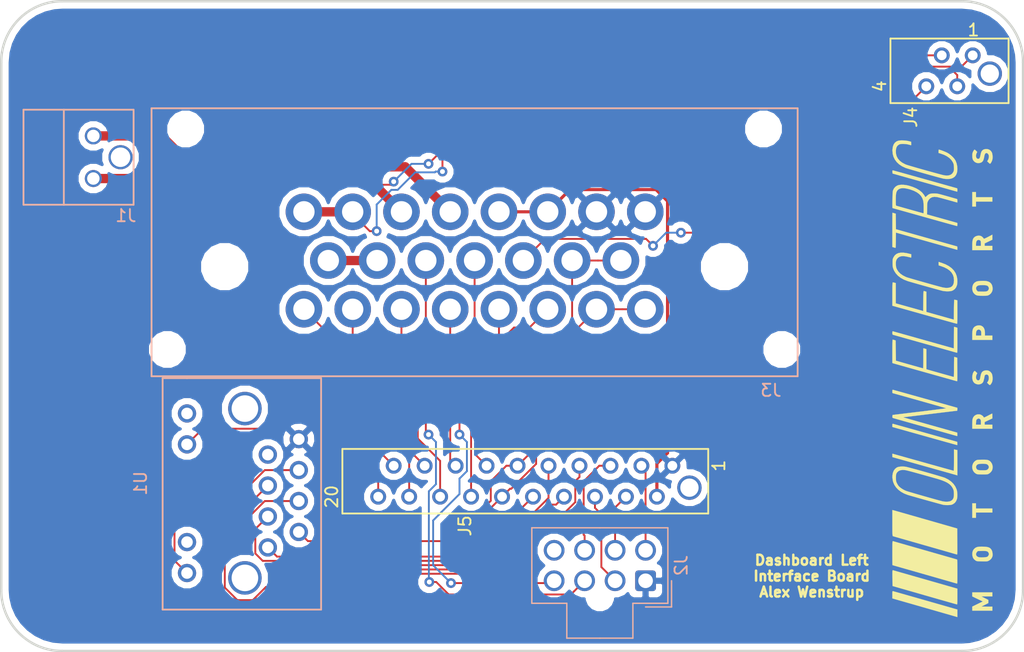
<source format=kicad_pcb>
(kicad_pcb (version 20171130) (host pcbnew 5.0.2-bee76a0~70~ubuntu18.04.1)

  (general
    (thickness 1.6)
    (drawings 9)
    (tracks 215)
    (zones 0)
    (modules 7)
    (nets 34)
  )

  (page A4)
  (layers
    (0 F.Cu signal)
    (31 B.Cu signal hide)
    (32 B.Adhes user)
    (33 F.Adhes user)
    (34 B.Paste user)
    (35 F.Paste user)
    (36 B.SilkS user)
    (37 F.SilkS user)
    (38 B.Mask user)
    (39 F.Mask user)
    (40 Dwgs.User user)
    (41 Cmts.User user)
    (42 Eco1.User user)
    (43 Eco2.User user)
    (44 Edge.Cuts user)
    (45 Margin user)
    (46 B.CrtYd user)
    (47 F.CrtYd user)
    (48 B.Fab user)
    (49 F.Fab user)
  )

  (setup
    (last_trace_width 0.1524)
    (user_trace_width 0.1524)
    (user_trace_width 0.254)
    (user_trace_width 0.762)
    (trace_clearance 0.2)
    (zone_clearance 0.508)
    (zone_45_only no)
    (trace_min 0.1524)
    (segment_width 0.2)
    (edge_width 0.15)
    (via_size 0.8)
    (via_drill 0.4)
    (via_min_size 0.4)
    (via_min_drill 0.3)
    (uvia_size 0.3)
    (uvia_drill 0.1)
    (uvias_allowed no)
    (uvia_min_size 0.2)
    (uvia_min_drill 0.1)
    (pcb_text_width 0.3)
    (pcb_text_size 1.5 1.5)
    (mod_edge_width 0.15)
    (mod_text_size 1 1)
    (mod_text_width 0.15)
    (pad_size 1.3 1.3)
    (pad_drill 0.8)
    (pad_to_mask_clearance 0.051)
    (solder_mask_min_width 0.25)
    (aux_axis_origin 0 0)
    (visible_elements FFFFFF7F)
    (pcbplotparams
      (layerselection 0x010fc_ffffffff)
      (usegerberextensions false)
      (usegerberattributes false)
      (usegerberadvancedattributes false)
      (creategerberjobfile false)
      (excludeedgelayer true)
      (linewidth 0.076200)
      (plotframeref false)
      (viasonmask false)
      (mode 1)
      (useauxorigin false)
      (hpglpennumber 1)
      (hpglpenspeed 20)
      (hpglpendiameter 15.000000)
      (psnegative false)
      (psa4output false)
      (plotreference true)
      (plotvalue true)
      (plotinvisibletext false)
      (padsonsilk false)
      (subtractmaskfromsilk false)
      (outputformat 1)
      (mirror false)
      (drillshape 1)
      (scaleselection 1)
      (outputdirectory ""))
  )

  (net 0 "")
  (net 1 /BOTS->ESTOP)
  (net 2 /ESTOP->HVD)
  (net 3 /GND)
  (net 4 /5V)
  (net 5 /SDA)
  (net 6 /SCL)
  (net 7 /Drive_Select+)
  (net 8 /Drive_Select_Sense)
  (net 9 /Drive_Select-)
  (net 10 "Net-(J2-Pad8)")
  (net 11 /Throttle2-)
  (net 12 /CANL)
  (net 13 /Throttle1+)
  (net 14 /Throttle1_Sense)
  (net 15 /Throttle1-)
  (net 16 /Throttle2+)
  (net 17 /Throttle2_Sense)
  (net 18 /CANH)
  (net 19 /RTD_LSD_GND)
  (net 20 /BSPD->IS)
  (net 21 /IS->BOTS)
  (net 22 /12V)
  (net 23 /MOSI)
  (net 24 /MISO)
  (net 25 /SCK)
  (net 26 /RESET)
  (net 27 /LED1)
  (net 28 /LED2)
  (net 29 "Net-(U1-Pad11)")
  (net 30 "Net-(U1-Pad9)")
  (net 31 "Net-(U1-Pad7)")
  (net 32 "Net-(U1-Pad13)")
  (net 33 "Net-(U1-Pad14)")

  (net_class Default "This is the default net class."
    (clearance 0.2)
    (trace_width 0.1524)
    (via_dia 0.8)
    (via_drill 0.4)
    (uvia_dia 0.3)
    (uvia_drill 0.1)
    (add_net /12V)
    (add_net /5V)
    (add_net /BOTS->ESTOP)
    (add_net /BSPD->IS)
    (add_net /CANH)
    (add_net /CANL)
    (add_net /Drive_Select+)
    (add_net /Drive_Select-)
    (add_net /Drive_Select_Sense)
    (add_net /ESTOP->HVD)
    (add_net /GND)
    (add_net /IS->BOTS)
    (add_net /LED1)
    (add_net /LED2)
    (add_net /MISO)
    (add_net /MOSI)
    (add_net /RESET)
    (add_net /RTD_LSD_GND)
    (add_net /SCK)
    (add_net /SCL)
    (add_net /SDA)
    (add_net /Throttle1+)
    (add_net /Throttle1-)
    (add_net /Throttle1_Sense)
    (add_net /Throttle2+)
    (add_net /Throttle2-)
    (add_net /Throttle2_Sense)
    (add_net "Net-(J2-Pad8)")
    (add_net "Net-(U1-Pad11)")
    (add_net "Net-(U1-Pad13)")
    (add_net "Net-(U1-Pad14)")
    (add_net "Net-(U1-Pad7)")
    (add_net "Net-(U1-Pad9)")
  )

  (net_class Power ""
    (clearance 0.2)
    (trace_width 0.254)
    (via_dia 0.8)
    (via_drill 0.4)
    (uvia_dia 0.3)
    (uvia_drill 0.1)
  )

  (net_class Shutdown ""
    (clearance 0.2)
    (trace_width 0.762)
    (via_dia 0.8)
    (via_drill 0.4)
    (uvia_dia 0.3)
    (uvia_drill 0.1)
  )

  (module footprints:Ultrafit_2 (layer B.Cu) (tedit 59F11364) (tstamp 5C26A646)
    (at 18.161 81.4705)
    (path /5C0780B8)
    (fp_text reference J1 (at 2.667 3.048) (layer B.SilkS)
      (effects (font (size 1 1) (thickness 0.15)) (justify mirror))
    )
    (fp_text value UF_2_VT (at 4.572 -0.508 -90) (layer B.Fab) hide
      (effects (font (size 1 1) (thickness 0.15)) (justify mirror))
    )
    (fp_line (start -5.588 2.032) (end -2.54 2.032) (layer B.Fab) (width 0.15))
    (fp_line (start -2.54 2.032) (end -2.54 -5.588) (layer B.Fab) (width 0.15))
    (fp_line (start -2.54 -5.588) (end -5.588 -5.588) (layer B.Fab) (width 0.15))
    (fp_line (start -5.588 -5.588) (end -5.588 2.032) (layer B.Fab) (width 0.15))
    (fp_text user "6.55mm Clearance" (at -4.07 -1.75 -90) (layer B.Fab)
      (effects (font (size 0.5 0.5) (thickness 0.08)) (justify mirror))
    )
    (fp_line (start -2.42 2.15) (end -5.73 2.15) (layer B.SilkS) (width 0.15))
    (fp_line (start -5.73 2.15) (end -5.73 -5.65) (layer B.SilkS) (width 0.15))
    (fp_line (start -5.73 -5.65) (end -2.42 -5.65) (layer B.SilkS) (width 0.15))
    (fp_line (start -2.42 -5.65) (end 3.302 -5.65) (layer B.SilkS) (width 0.15))
    (fp_line (start -2.42 2.15) (end 3.302 2.15) (layer B.SilkS) (width 0.15))
    (fp_line (start -2.42 -5.65) (end -2.42 2.15) (layer B.SilkS) (width 0.15))
    (fp_line (start 3.302 -5.65) (end 3.302 2.15) (layer B.SilkS) (width 0.15))
    (pad 2 thru_hole circle (at 0 0) (size 1.397 1.397) (drill 1.02) (layers *.Cu *.Mask)
      (net 1 /BOTS->ESTOP))
    (pad 1 thru_hole circle (at 0 -3.5) (size 1.397 1.397) (drill 1.02) (layers *.Cu *.Mask)
      (net 2 /ESTOP->HVD))
    (pad "" thru_hole circle (at 2.23 -1.75) (size 1.981 1.981) (drill 1.6) (layers *.Cu *.Mask))
  )

  (module Connector_Molex:Molex_Nano-Fit_105310-xx08_2x04_P2.50mm_Vertical (layer B.Cu) (tedit 5B7830BB) (tstamp 5C26A69D)
    (at 63.46 114.4905 90)
    (descr "Molex Nano-Fit Power Connectors, 105310-xx08, 4 Pins per row (http://www.molex.com/pdm_docs/sd/1053101208_sd.pdf), generated with kicad-footprint-generator")
    (tags "connector Molex Nano-Fit side entry")
    (path /5C078824)
    (fp_text reference J2 (at 1.25 2.92 90) (layer B.SilkS)
      (effects (font (size 1 1) (thickness 0.15)) (justify mirror))
    )
    (fp_text value MM_F_VT_08 (at 1.25 -10.42 90) (layer B.Fab)
      (effects (font (size 1 1) (thickness 0.15)) (justify mirror))
    )
    (fp_line (start 4.24 -3.75) (end 4.24 1.72) (layer B.Fab) (width 0.1))
    (fp_line (start 4.24 1.72) (end -1.74 1.72) (layer B.Fab) (width 0.1))
    (fp_line (start -1.74 1.72) (end -1.74 -1.15) (layer B.Fab) (width 0.1))
    (fp_line (start -1.74 -1.15) (end -4.6 -1.15) (layer B.Fab) (width 0.1))
    (fp_line (start -4.6 -1.15) (end -4.6 -3.75) (layer B.Fab) (width 0.1))
    (fp_line (start 4.24 -3.75) (end 4.24 -9.22) (layer B.Fab) (width 0.1))
    (fp_line (start 4.24 -9.22) (end -1.74 -9.22) (layer B.Fab) (width 0.1))
    (fp_line (start -1.74 -9.22) (end -1.74 -6.35) (layer B.Fab) (width 0.1))
    (fp_line (start -1.74 -6.35) (end -4.6 -6.35) (layer B.Fab) (width 0.1))
    (fp_line (start -4.6 -6.35) (end -4.6 -3.75) (layer B.Fab) (width 0.1))
    (fp_line (start 4.35 -3.75) (end 4.35 1.83) (layer B.SilkS) (width 0.12))
    (fp_line (start 4.35 1.83) (end -1.85 1.83) (layer B.SilkS) (width 0.12))
    (fp_line (start -1.85 1.83) (end -1.85 -1.04) (layer B.SilkS) (width 0.12))
    (fp_line (start -1.85 -1.04) (end -4.71 -1.04) (layer B.SilkS) (width 0.12))
    (fp_line (start -4.71 -1.04) (end -4.71 -3.75) (layer B.SilkS) (width 0.12))
    (fp_line (start 4.35 -3.75) (end 4.35 -9.33) (layer B.SilkS) (width 0.12))
    (fp_line (start 4.35 -9.33) (end -1.85 -9.33) (layer B.SilkS) (width 0.12))
    (fp_line (start -1.85 -9.33) (end -1.85 -6.46) (layer B.SilkS) (width 0.12))
    (fp_line (start -1.85 -6.46) (end -4.71 -6.46) (layer B.SilkS) (width 0.12))
    (fp_line (start -4.71 -6.46) (end -4.71 -3.75) (layer B.SilkS) (width 0.12))
    (fp_line (start 4.74 -3.75) (end 4.74 2.22) (layer B.CrtYd) (width 0.05))
    (fp_line (start 4.74 2.22) (end -2.24 2.22) (layer B.CrtYd) (width 0.05))
    (fp_line (start -2.24 2.22) (end -2.24 -0.65) (layer B.CrtYd) (width 0.05))
    (fp_line (start -2.24 -0.65) (end -5.1 -0.65) (layer B.CrtYd) (width 0.05))
    (fp_line (start -5.1 -0.65) (end -5.1 -3.75) (layer B.CrtYd) (width 0.05))
    (fp_line (start 4.74 -3.75) (end 4.74 -9.72) (layer B.CrtYd) (width 0.05))
    (fp_line (start 4.74 -9.72) (end -2.24 -9.72) (layer B.CrtYd) (width 0.05))
    (fp_line (start -2.24 -9.72) (end -2.24 -6.85) (layer B.CrtYd) (width 0.05))
    (fp_line (start -2.24 -6.85) (end -5.1 -6.85) (layer B.CrtYd) (width 0.05))
    (fp_line (start -5.1 -6.85) (end -5.1 -3.75) (layer B.CrtYd) (width 0.05))
    (fp_line (start -4.1 -1.65) (end -4.1 -5.85) (layer B.Fab) (width 0.1))
    (fp_line (start -4.1 -5.85) (end -2.02 -5.85) (layer B.Fab) (width 0.1))
    (fp_line (start -2.02 -5.85) (end -2.02 -1.65) (layer B.Fab) (width 0.1))
    (fp_line (start -2.02 -1.65) (end -4.1 -1.65) (layer B.Fab) (width 0.1))
    (fp_line (start 0 2.13) (end -2.15 2.13) (layer B.SilkS) (width 0.12))
    (fp_line (start -2.15 2.13) (end -2.15 0) (layer B.SilkS) (width 0.12))
    (fp_line (start -0.5 1.72) (end 0 1.012893) (layer B.Fab) (width 0.1))
    (fp_line (start 0 1.012893) (end 0.5 1.72) (layer B.Fab) (width 0.1))
    (fp_text user %R (at 3.54 -3.75) (layer B.Fab)
      (effects (font (size 1 1) (thickness 0.15)) (justify mirror))
    )
    (pad 1 thru_hole roundrect (at 0 0 90) (size 1.7 1.7) (drill 1.2) (layers *.Cu *.Mask) (roundrect_rratio 0.147059)
      (net 3 /GND))
    (pad 2 thru_hole circle (at 0 -2.5 90) (size 1.7 1.7) (drill 1.2) (layers *.Cu *.Mask)
      (net 4 /5V))
    (pad 3 thru_hole circle (at 0 -5 90) (size 1.7 1.7) (drill 1.2) (layers *.Cu *.Mask)
      (net 5 /SDA))
    (pad 4 thru_hole circle (at 0 -7.5 90) (size 1.7 1.7) (drill 1.2) (layers *.Cu *.Mask)
      (net 6 /SCL))
    (pad 5 thru_hole circle (at 2.5 0 90) (size 1.7 1.7) (drill 1.2) (layers *.Cu *.Mask)
      (net 7 /Drive_Select+))
    (pad 6 thru_hole circle (at 2.5 -2.5 90) (size 1.7 1.7) (drill 1.2) (layers *.Cu *.Mask)
      (net 8 /Drive_Select_Sense))
    (pad 7 thru_hole circle (at 2.5 -5 90) (size 1.7 1.7) (drill 1.2) (layers *.Cu *.Mask)
      (net 9 /Drive_Select-))
    (pad 8 thru_hole circle (at 2.5 -7.5 90) (size 1.7 1.7) (drill 1.2) (layers *.Cu *.Mask)
      (net 10 "Net-(J2-Pad8)"))
    (pad "" np_thru_hole circle (at -1.34 -3.75 90) (size 1.3 1.3) (drill 1.3) (layers *.Cu *.Mask))
    (model ${KISYS3DMOD}/Connector_Molex.3dshapes/Molex_Nano-Fit_105310-xx08_2x04_P2.50mm_Vertical.wrl
      (at (xyz 0 0 0))
      (scale (xyz 1 1 1))
      (rotate (xyz 0 0 0))
    )
  )

  (module footprints:Ampseal_23 (layer B.Cu) (tedit 5A7B7D60) (tstamp 5C26A727)
    (at 69.935 88.702 180)
    (path /5C0774EC)
    (fp_text reference J3 (at -3.81 -10.16 180) (layer B.SilkS)
      (effects (font (size 1 1) (thickness 0.15)) (justify mirror))
    )
    (fp_text value Ampseal_23_VT (at -1.524 13.97 180) (layer B.Fab)
      (effects (font (size 1 1) (thickness 0.15)) (justify mirror))
    )
    (fp_line (start -6 13) (end 47 13) (layer B.SilkS) (width 0.15))
    (fp_line (start 47 13) (end 47 -9) (layer B.SilkS) (width 0.15))
    (fp_line (start 47 -9) (end -6 -9) (layer B.SilkS) (width 0.15))
    (fp_line (start -6 -9) (end -6 13) (layer B.SilkS) (width 0.15))
    (pad "" np_thru_hole circle (at 41 0 180) (size 2.85 2.85) (drill 2.85) (layers *.Cu *.Mask))
    (pad "" np_thru_hole circle (at 45.7 -6.8 180) (size 2 2) (drill 2) (layers *.Cu *.Mask))
    (pad "" np_thru_hole circle (at -4.7 -6.8 180) (size 2 2) (drill 2) (layers *.Cu *.Mask))
    (pad "" np_thru_hole circle (at 44.2 11.3 180) (size 2 2) (drill 2) (layers *.Cu *.Mask))
    (pad "" np_thru_hole circle (at -3.2 11.3 180) (size 2 2) (drill 2) (layers *.Cu *.Mask))
    (pad 23 thru_hole circle (at 34.5 -3.5 180) (size 3 3) (drill 1.75) (layers *.Cu *.Mask)
      (net 11 /Throttle2-))
    (pad 17 thru_hole circle (at 10.5 -3.5 180) (size 3 3) (drill 1.75) (layers *.Cu *.Mask)
      (net 12 /CANL))
    (pad 18 thru_hole circle (at 14.5 -3.5 180) (size 3 3) (drill 1.75) (layers *.Cu *.Mask)
      (net 13 /Throttle1+))
    (pad 19 thru_hole circle (at 18.5 -3.5 180) (size 3 3) (drill 1.75) (layers *.Cu *.Mask)
      (net 14 /Throttle1_Sense))
    (pad 20 thru_hole circle (at 22.5 -3.5 180) (size 3 3) (drill 1.75) (layers *.Cu *.Mask)
      (net 15 /Throttle1-))
    (pad 21 thru_hole circle (at 26.5 -3.5 180) (size 3 3) (drill 1.75) (layers *.Cu *.Mask)
      (net 16 /Throttle2+))
    (pad 22 thru_hole circle (at 30.5 -3.5 180) (size 3 3) (drill 1.75) (layers *.Cu *.Mask)
      (net 17 /Throttle2_Sense))
    (pad 10 thru_hole circle (at 12.5 0.5 180) (size 3 3) (drill 1.75) (layers *.Cu *.Mask)
      (net 18 /CANH))
    (pad 11 thru_hole circle (at 16.5 0.5 180) (size 3 3) (drill 1.75) (layers *.Cu *.Mask)
      (net 19 /RTD_LSD_GND))
    (pad 13 thru_hole circle (at 24.5 0.5 180) (size 3 3) (drill 1.75) (layers *.Cu *.Mask)
      (net 5 /SDA))
    (pad 12 thru_hole circle (at 20.5 0.5 180) (size 3 3) (drill 1.75) (layers *.Cu *.Mask)
      (net 6 /SCL))
    (pad 14 thru_hole circle (at 28.5 0.5 180) (size 3 3) (drill 1.75) (layers *.Cu *.Mask)
      (net 20 /BSPD->IS))
    (pad 15 thru_hole circle (at 32.5 0.5 180) (size 3 3) (drill 1.75) (layers *.Cu *.Mask)
      (net 20 /BSPD->IS))
    (pad 8 thru_hole circle (at 34.5 4.5 180) (size 3 3) (drill 1.75) (layers *.Cu *.Mask)
      (net 21 /IS->BOTS))
    (pad 7 thru_hole circle (at 30.5 4.5 180) (size 3 3) (drill 1.75) (layers *.Cu *.Mask)
      (net 21 /IS->BOTS))
    (pad 6 thru_hole circle (at 26.5 4.5 180) (size 3 3) (drill 1.75) (layers *.Cu *.Mask)
      (net 1 /BOTS->ESTOP))
    (pad 4 thru_hole circle (at 18.5 4.5 180) (size 3 3) (drill 1.75) (layers *.Cu *.Mask)
      (net 22 /12V))
    (pad 5 thru_hole circle (at 22.5 4.5 180) (size 3 3) (drill 1.75) (layers *.Cu *.Mask)
      (net 2 /ESTOP->HVD))
    (pad 3 thru_hole circle (at 14.5 4.5 180) (size 3 3) (drill 1.75) (layers *.Cu *.Mask)
      (net 22 /12V))
    (pad 2 thru_hole circle (at 10.5 4.5 180) (size 3 3) (drill 1.75) (layers *.Cu *.Mask)
      (net 3 /GND))
    (pad 16 thru_hole circle (at 6.5 -3.5 180) (size 3 3) (drill 1.75) (layers *.Cu *.Mask)
      (net 12 /CANL))
    (pad 9 thru_hole circle (at 8.5 0.5 180) (size 3 3) (drill 1.75) (layers *.Cu *.Mask)
      (net 18 /CANH))
    (pad 1 thru_hole circle (at 6.5 4.5 180) (size 3 3) (drill 1.75) (layers *.Cu *.Mask)
      (net 3 /GND))
    (pad "" np_thru_hole circle (at 0 0 180) (size 2.85 2.85) (drill 2.85) (layers *.Cu *.Mask))
  )

  (module footprints:micromatch_female_vert_4 (layer F.Cu) (tedit 5C548BAD) (tstamp 5C26A77D)
    (at 85.217 71.3585 270)
    (path /5C05EF31)
    (fp_text reference J4 (at 5.08 0 270) (layer F.SilkS)
      (effects (font (size 1 1) (thickness 0.15)))
    )
    (fp_text value MM_F_VT_04 (at 6.35 -1.27) (layer F.Fab) hide
      (effects (font (size 1 1) (thickness 0.15)))
    )
    (fp_text user 4 (at 2.54 2.54 270) (layer F.SilkS)
      (effects (font (size 1 1) (thickness 0.15)))
    )
    (fp_text user 1 (at -2.08 -5.1435) (layer F.SilkS)
      (effects (font (size 1 1) (thickness 0.15)))
    )
    (fp_line (start -1.38 1.67) (end 3.92 1.67) (layer F.SilkS) (width 0.15))
    (fp_line (start -1.38 -8.02) (end 3.92 -8.02) (layer F.SilkS) (width 0.15))
    (fp_line (start -1.38 1.67) (end -1.38 -8.02) (layer F.SilkS) (width 0.15))
    (fp_line (start 3.92 1.67) (end 3.92 -8.02) (layer F.SilkS) (width 0.15))
    (pad 3 thru_hole circle (at 0 -2.54 270) (size 1.3 1.3) (drill 0.8) (layers *.Cu *.Mask)
      (net 2 /ESTOP->HVD))
    (pad 1 thru_hole circle (at 0 -5.08 270) (size 1.3 1.3) (drill 0.8) (layers *.Cu *.Mask)
      (net 1 /BOTS->ESTOP))
    (pad 2 thru_hole circle (at 2.54 -3.81 270) (size 1.3 1.3) (drill 0.8) (layers *.Cu *.Mask)
      (net 21 /IS->BOTS))
    (pad 4 thru_hole circle (at 2.54 -1.27 270) (size 1.3 1.3) (drill 0.8) (layers *.Cu *.Mask)
      (net 19 /RTD_LSD_GND))
    (pad 5 thru_hole circle (at 1.5 -6.48 270) (size 2 2) (drill 1.5) (layers *.Cu *.Mask))
  )

  (module footprints:micromatch_female_vert_20 (layer F.Cu) (tedit 5A772A19) (tstamp 5C26A5F8)
    (at 60.579 105.0485 270)
    (path /5C05EC53)
    (fp_text reference J5 (at 4.9335 11.938 270) (layer F.SilkS)
      (effects (font (size 1 1) (thickness 0.15)))
    )
    (fp_text value MM_F_VT_20 (at 6.35 0) (layer F.Fab) hide
      (effects (font (size 1 1) (thickness 0.15)))
    )
    (fp_text user 20 (at 2.54 22.86 270) (layer F.SilkS)
      (effects (font (size 1 1) (thickness 0.15)))
    )
    (fp_text user 1 (at 0 -8.89 270) (layer F.SilkS)
      (effects (font (size 1 1) (thickness 0.15)))
    )
    (fp_line (start -1.38 21.99) (end 3.92 21.99) (layer F.SilkS) (width 0.15))
    (fp_line (start -1.38 -8.02) (end 3.92 -8.02) (layer F.SilkS) (width 0.15))
    (fp_line (start -1.38 21.99) (end -1.38 -8.02) (layer F.SilkS) (width 0.15))
    (fp_line (start 3.92 21.99) (end 3.92 -8.02) (layer F.SilkS) (width 0.15))
    (pad 5 thru_hole circle (at 0 0 270) (size 1.3 1.3) (drill 0.8) (layers *.Cu *.Mask)
      (net 9 /Drive_Select-))
    (pad 3 thru_hole circle (at 0 -2.54 270) (size 1.3 1.3) (drill 0.8) (layers *.Cu *.Mask)
      (net 7 /Drive_Select+))
    (pad 1 thru_hole circle (at 0 -5.08 270) (size 1.3 1.3) (drill 0.8) (layers *.Cu *.Mask)
      (net 3 /GND))
    (pad 7 thru_hole circle (at 0 2.54 270) (size 1.3 1.3) (drill 0.8) (layers *.Cu *.Mask)
      (net 23 /MOSI))
    (pad 2 thru_hole circle (at 2.54 -3.81 270) (size 1.3 1.3) (drill 0.8) (layers *.Cu *.Mask)
      (net 22 /12V))
    (pad 4 thru_hole circle (at 2.54 -1.27 270) (size 1.3 1.3) (drill 0.8) (layers *.Cu *.Mask)
      (net 8 /Drive_Select_Sense))
    (pad 6 thru_hole circle (at 2.54 1.27 270) (size 1.3 1.3) (drill 0.8) (layers *.Cu *.Mask)
      (net 4 /5V))
    (pad 8 thru_hole circle (at 2.54 3.81 270) (size 1.3 1.3) (drill 0.8) (layers *.Cu *.Mask)
      (net 24 /MISO))
    (pad 9 thru_hole circle (at 0 5.08 270) (size 1.3 1.3) (drill 0.8) (layers *.Cu *.Mask)
      (net 25 /SCK))
    (pad 10 thru_hole circle (at 2.54 6.35 270) (size 1.3 1.3) (drill 0.8) (layers *.Cu *.Mask)
      (net 26 /RESET))
    (pad 11 thru_hole circle (at 0 7.62 270) (size 1.3 1.3) (drill 0.8) (layers *.Cu *.Mask)
      (net 18 /CANH))
    (pad 12 thru_hole circle (at 2.54 8.89 270) (size 1.3 1.3) (drill 0.8) (layers *.Cu *.Mask)
      (net 12 /CANL))
    (pad 13 thru_hole circle (at 0 10.16 270) (size 1.3 1.3) (drill 0.8) (layers *.Cu *.Mask)
      (net 13 /Throttle1+))
    (pad 14 thru_hole circle (at 2.54 11.43 270) (size 1.3 1.3) (drill 0.8) (layers *.Cu *.Mask)
      (net 14 /Throttle1_Sense))
    (pad 15 thru_hole circle (at 0 12.7 270) (size 1.3 1.3) (drill 0.8) (layers *.Cu *.Mask)
      (net 15 /Throttle1-))
    (pad 16 thru_hole circle (at 2.54 13.97 270) (size 1.3 1.3) (drill 0.8) (layers *.Cu *.Mask)
      (net 16 /Throttle2+))
    (pad 17 thru_hole circle (at 0 15.24 270) (size 1.3 1.3) (drill 0.8) (layers *.Cu *.Mask)
      (net 17 /Throttle2_Sense))
    (pad 18 thru_hole circle (at 2.54 16.51 270) (size 1.3 1.3) (drill 0.8) (layers *.Cu *.Mask)
      (net 11 /Throttle2-))
    (pad 19 thru_hole circle (at 0 17.78 270) (size 1.3 1.3) (drill 0.8) (layers *.Cu *.Mask)
      (net 27 /LED1))
    (pad 20 thru_hole circle (at 2.54 19.05 270) (size 1.3 1.3) (drill 0.8) (layers *.Cu *.Mask)
      (net 28 /LED2))
    (pad 21 thru_hole circle (at 1.8 -6.48 270) (size 2 2) (drill 1.5) (layers *.Cu *.Mask))
  )

  (module footprints:RJ45-Vertical (layer B.Cu) (tedit 5A6A89D8) (tstamp 5C26A7AF)
    (at 25.8445 113.8555 90)
    (path /5C09DFB8)
    (fp_text reference U1 (at 7.366 -3.81 90) (layer B.SilkS)
      (effects (font (size 1 1) (thickness 0.15)) (justify mirror))
    )
    (fp_text value RJ45_VT (at -4.377 0.9785) (layer B.Fab)
      (effects (font (size 1 1) (thickness 0.15)) (justify mirror))
    )
    (fp_line (start 16 -2) (end 16 0) (layer B.SilkS) (width 0.15))
    (fp_line (start -3 -2) (end 16 -2) (layer B.SilkS) (width 0.15))
    (fp_line (start -3 11) (end -3 -2) (layer B.SilkS) (width 0.15))
    (fp_line (start 16 11) (end -3 11) (layer B.SilkS) (width 0.15))
    (fp_line (start 16 0) (end 16 11) (layer B.SilkS) (width 0.15))
    (pad 12 thru_hole circle (at 0 0 90) (size 1.5 1.5) (drill 0.95) (layers *.Cu *.Mask)
      (net 28 /LED2))
    (pad 11 thru_hole circle (at 2.54 0 90) (size 1.5 1.5) (drill 0.95) (layers *.Cu *.Mask)
      (net 29 "Net-(U1-Pad11)"))
    (pad 9 thru_hole circle (at 13.1 0 90) (size 1.5 1.5) (drill 0.95) (layers *.Cu *.Mask)
      (net 30 "Net-(U1-Pad9)"))
    (pad 10 thru_hole circle (at 10.56 0 90) (size 1.5 1.5) (drill 0.95) (layers *.Cu *.Mask)
      (net 27 /LED1))
    (pad 1 thru_hole circle (at 2.1 6.63 90) (size 1.5 1.5) (drill 0.95) (layers *.Cu *.Mask)
      (net 12 /CANL))
    (pad 3 thru_hole circle (at 4.64 6.63 90) (size 1.5 1.5) (drill 0.95) (layers *.Cu *.Mask)
      (net 26 /RESET))
    (pad 5 thru_hole circle (at 7.18 6.63 90) (size 1.5 1.5) (drill 0.95) (layers *.Cu *.Mask)
      (net 24 /MISO))
    (pad 7 thru_hole circle (at 9.72 6.63 90) (size 1.5 1.5) (drill 0.95) (layers *.Cu *.Mask)
      (net 31 "Net-(U1-Pad7)"))
    (pad 2 thru_hole circle (at 3.37 9.17 90) (size 1.5 1.5) (drill 0.95) (layers *.Cu *.Mask)
      (net 18 /CANH))
    (pad 4 thru_hole circle (at 5.91 9.17 90) (size 1.5 1.5) (drill 0.95) (layers *.Cu *.Mask)
      (net 25 /SCK))
    (pad 6 thru_hole circle (at 8.45 9.17 90) (size 1.5 1.5) (drill 0.95) (layers *.Cu *.Mask B.Paste)
      (net 23 /MOSI))
    (pad 8 thru_hole circle (at 10.99 9.17 90) (size 1.5 1.5) (drill 0.95) (layers *.Cu *.Mask)
      (net 3 /GND))
    (pad 13 thru_hole circle (at -0.4 4.75 90) (size 2.75 2.75) (drill 2.18) (layers *.Cu *.Mask)
      (net 32 "Net-(U1-Pad13)"))
    (pad 14 thru_hole circle (at 13.5 4.75 90) (size 2.75 2.75) (drill 2.18) (layers *.Cu *.Mask)
      (net 33 "Net-(U1-Pad14)"))
  )

  (module footprints:Logo_Large (layer F.Cu) (tedit 0) (tstamp 5C55DDD3)
    (at 87.8205 97.917 90)
    (fp_text reference G*** (at 0 0 90) (layer F.SilkS) hide
      (effects (font (size 1.524 1.524) (thickness 0.3)))
    )
    (fp_text value LOGO (at 0.75 0 90) (layer F.SilkS) hide
      (effects (font (size 1.524 1.524) (thickness 0.3)))
    )
    (fp_poly (pts (xy 18.846075 -4.107132) (xy 19.065319 -4.073701) (xy 19.245128 -4.00857) (xy 19.386053 -3.911374)
      (xy 19.488644 -3.781749) (xy 19.547339 -3.641645) (xy 19.569425 -3.520595) (xy 19.578482 -3.365329)
      (xy 19.575075 -3.190579) (xy 19.55977 -3.011076) (xy 19.533133 -2.841552) (xy 19.513326 -2.7559)
      (xy 19.466072 -2.5781) (xy 19.319402 -2.570419) (xy 19.237351 -2.567742) (xy 19.195339 -2.57278)
      (xy 19.182819 -2.588551) (xy 19.186227 -2.608519) (xy 19.235407 -2.788415) (xy 19.267007 -2.940046)
      (xy 19.284069 -3.081574) (xy 19.289602 -3.2258) (xy 19.288823 -3.345147) (xy 19.282719 -3.428934)
      (xy 19.268636 -3.492332) (xy 19.243922 -3.550511) (xy 19.22748 -3.581081) (xy 19.147841 -3.687822)
      (xy 19.042984 -3.762652) (xy 18.905946 -3.809072) (xy 18.731219 -3.830506) (xy 18.493234 -3.820589)
      (xy 18.27688 -3.764715) (xy 18.082151 -3.662881) (xy 17.909041 -3.515082) (xy 17.757545 -3.321313)
      (xy 17.627654 -3.081571) (xy 17.59221 -2.998987) (xy 17.571635 -2.940456) (xy 17.539354 -2.83847)
      (xy 17.496933 -2.698607) (xy 17.44594 -2.526447) (xy 17.387942 -2.327567) (xy 17.324506 -2.107548)
      (xy 17.2572 -1.871969) (xy 17.187592 -1.626408) (xy 17.117248 -1.376445) (xy 17.047736 -1.127658)
      (xy 16.980623 -0.885628) (xy 16.917477 -0.655932) (xy 16.859866 -0.444151) (xy 16.809355 -0.255862)
      (xy 16.767514 -0.096646) (xy 16.735909 0.027919) (xy 16.716107 0.112254) (xy 16.711263 0.136761)
      (xy 16.690752 0.351416) (xy 16.708412 0.532897) (xy 16.76444 0.681776) (xy 16.859038 0.798628)
      (xy 16.9672 0.871811) (xy 17.035191 0.904765) (xy 17.093219 0.925159) (xy 17.15634 0.935394)
      (xy 17.239612 0.937872) (xy 17.358091 0.934995) (xy 17.36237 0.93485) (xy 17.48747 0.92889)
      (xy 17.579013 0.918554) (xy 17.654235 0.900127) (xy 17.730374 0.869893) (xy 17.7855 0.843639)
      (xy 17.966824 0.726716) (xy 18.130835 0.564279) (xy 18.275423 0.359288) (xy 18.398476 0.114701)
      (xy 18.491841 -0.14605) (xy 18.546947 -0.3302) (xy 18.684173 -0.3302) (xy 18.759908 -0.326336)
      (xy 18.809747 -0.316384) (xy 18.8214 -0.307091) (xy 18.811856 -0.255933) (xy 18.786051 -0.169673)
      (xy 18.748229 -0.059691) (xy 18.70263 0.062636) (xy 18.653497 0.185929) (xy 18.605071 0.29881)
      (xy 18.561594 0.3899) (xy 18.561476 0.390127) (xy 18.467911 0.542712) (xy 18.348018 0.696743)
      (xy 18.21261 0.840996) (xy 18.072502 0.96425) (xy 17.938507 1.055282) (xy 17.902553 1.073948)
      (xy 17.68491 1.155256) (xy 17.449917 1.203581) (xy 17.212714 1.217322) (xy 16.98844 1.194875)
      (xy 16.9164 1.178335) (xy 16.742656 1.110338) (xy 16.60644 1.008624) (xy 16.505319 0.870841)
      (xy 16.444757 0.722333) (xy 16.420344 0.596727) (xy 16.40997 0.440211) (xy 16.413891 0.270767)
      (xy 16.432364 0.106382) (xy 16.435686 0.087214) (xy 16.449784 0.023892) (xy 16.476574 -0.082556)
      (xy 16.514461 -0.226506) (xy 16.561853 -0.402333) (xy 16.617155 -0.604413) (xy 16.678773 -0.827123)
      (xy 16.745115 -1.064837) (xy 16.814585 -1.311932) (xy 16.885591 -1.562783) (xy 16.956539 -1.811766)
      (xy 17.025834 -2.053258) (xy 17.091883 -2.281633) (xy 17.153093 -2.491268) (xy 17.207869 -2.676538)
      (xy 17.254618 -2.831819) (xy 17.291746 -2.951488) (xy 17.31766 -3.029919) (xy 17.32356 -3.046005)
      (xy 17.45192 -3.320441) (xy 17.609516 -3.557101) (xy 17.793792 -3.754203) (xy 18.002187 -3.909964)
      (xy 18.232145 -4.0226) (xy 18.481106 -4.090329) (xy 18.746513 -4.111367) (xy 18.846075 -4.107132)) (layer F.SilkS) (width 0.01))
    (fp_poly (pts (xy 17.110144 -4.100777) (xy 17.1196 -4.081557) (xy 17.112847 -4.05268) (xy 17.093191 -3.978163)
      (xy 17.061533 -3.861253) (xy 17.018775 -3.705199) (xy 16.965818 -3.513248) (xy 16.903564 -3.288649)
      (xy 16.832916 -3.034648) (xy 16.754774 -2.754495) (xy 16.670041 -2.451437) (xy 16.579619 -2.128721)
      (xy 16.484408 -1.789596) (xy 16.394622 -1.47038) (xy 16.295615 -1.118626) (xy 16.200329 -0.779986)
      (xy 16.109688 -0.457745) (xy 16.024615 -0.155185) (xy 15.946031 0.124408) (xy 15.874859 0.37775)
      (xy 15.812021 0.601557) (xy 15.758441 0.792544) (xy 15.715039 0.947427) (xy 15.68274 1.062922)
      (xy 15.662464 1.135745) (xy 15.655269 1.16205) (xy 15.641032 1.195216) (xy 15.610785 1.212381)
      (xy 15.55088 1.218605) (xy 15.501192 1.2192) (xy 15.421761 1.21776) (xy 15.38213 1.210079)
      (xy 15.37131 1.191117) (xy 15.376645 1.16205) (xy 15.385469 1.130261) (xy 15.407148 1.052841)
      (xy 15.440765 0.933055) (xy 15.4854 0.774168) (xy 15.540135 0.579446) (xy 15.604052 0.352153)
      (xy 15.676233 0.095556) (xy 15.755758 -0.187081) (xy 15.841711 -0.492492) (xy 15.933171 -0.817411)
      (xy 16.029221 -1.158574) (xy 16.124968 -1.4986) (xy 16.858138 -4.1021) (xy 16.988869 -4.109778)
      (xy 17.069779 -4.110929) (xy 17.110144 -4.100777)) (layer F.SilkS) (width 0.01))
    (fp_poly (pts (xy 14.518746 -4.110906) (xy 14.698404 -4.108869) (xy 14.70025 -4.108843) (xy 14.91298 -4.105361)
      (xy 15.081461 -4.101347) (xy 15.21224 -4.096358) (xy 15.311866 -4.08995) (xy 15.386891 -4.081678)
      (xy 15.443861 -4.071099) (xy 15.489328 -4.05777) (xy 15.497388 -4.054821) (xy 15.654421 -3.970656)
      (xy 15.784095 -3.850669) (xy 15.876141 -3.70438) (xy 15.876687 -3.703155) (xy 15.917285 -3.56593)
      (xy 15.936065 -3.393631) (xy 15.933143 -3.197007) (xy 15.90864 -2.986803) (xy 15.866549 -2.788394)
      (xy 15.75969 -2.444305) (xy 15.630653 -2.145897) (xy 15.479417 -1.893139) (xy 15.305964 -1.685998)
      (xy 15.110273 -1.524442) (xy 15.0368 -1.47882) (xy 14.9711 -1.441135) (xy 14.926772 -1.415599)
      (xy 14.916101 -1.409365) (xy 14.92861 -1.390569) (xy 14.967577 -1.345723) (xy 15.014905 -1.29478)
      (xy 15.105273 -1.188908) (xy 15.166691 -1.085925) (xy 15.203839 -0.972227) (xy 15.221398 -0.834207)
      (xy 15.224402 -0.6858) (xy 15.223146 -0.609288) (xy 15.219914 -0.540653) (xy 15.213236 -0.473027)
      (xy 15.201642 -0.399544) (xy 15.183664 -0.313337) (xy 15.157832 -0.20754) (xy 15.122679 -0.075286)
      (xy 15.076733 0.090293) (xy 15.018527 0.296062) (xy 15.0016 0.3556) (xy 14.947094 0.547109)
      (xy 14.896636 0.724198) (xy 14.852013 0.880603) (xy 14.815013 1.010064) (xy 14.787427 1.106319)
      (xy 14.771042 1.163106) (xy 14.767606 1.17475) (xy 14.748204 1.201652) (xy 14.703186 1.215278)
      (xy 14.620389 1.219194) (xy 14.615988 1.2192) (xy 14.539997 1.217237) (xy 14.489879 1.212182)
      (xy 14.478 1.20741) (xy 14.48463 1.180967) (xy 14.503419 1.111599) (xy 14.532714 1.005266)
      (xy 14.570863 0.867929) (xy 14.616211 0.705548) (xy 14.667106 0.524086) (xy 14.694062 0.42826)
      (xy 14.748902 0.23144) (xy 14.800205 0.04343) (xy 14.846021 -0.12832) (xy 14.884397 -0.276357)
      (xy 14.913383 -0.393231) (xy 14.931028 -0.471491) (xy 14.934296 -0.489201) (xy 14.945442 -0.684235)
      (xy 14.912783 -0.855147) (xy 14.836995 -1.000456) (xy 14.718754 -1.118683) (xy 14.618527 -1.180782)
      (xy 14.56535 -1.207341) (xy 14.518733 -1.227046) (xy 14.469859 -1.24108) (xy 14.409913 -1.250623)
      (xy 14.33008 -1.256857) (xy 14.221545 -1.260962) (xy 14.075491 -1.264119) (xy 13.984511 -1.265732)
      (xy 13.5001 -1.274163) (xy 13.196894 -0.186232) (xy 13.131988 0.046415) (xy 13.069681 0.269286)
      (xy 13.011637 0.476465) (xy 12.959518 0.662036) (xy 12.914987 0.820083) (xy 12.879708 0.944689)
      (xy 12.855344 1.02994) (xy 12.846444 1.06045) (xy 12.799199 1.2192) (xy 12.673399 1.2192)
      (xy 12.59335 1.21486) (xy 12.554712 1.200109) (xy 12.5476 1.181994) (xy 12.554351 1.152973)
      (xy 12.57401 1.078285) (xy 12.605682 0.961154) (xy 12.648473 0.804801) (xy 12.701488 0.612451)
      (xy 12.763833 0.387326) (xy 12.834615 0.132648) (xy 12.912938 -0.148359) (xy 12.997909 -0.452473)
      (xy 13.088634 -0.776471) (xy 13.184218 -1.11713) (xy 13.283767 -1.471227) (xy 13.2842 -1.472764)
      (xy 13.30918 -1.561568) (xy 13.589 -1.561568) (xy 13.613027 -1.557581) (xy 13.679618 -1.554142)
      (xy 13.780539 -1.551483) (xy 13.907555 -1.549835) (xy 14.022135 -1.5494) (xy 14.236944 -1.551939)
      (xy 14.40836 -1.55987) (xy 14.543556 -1.573667) (xy 14.632874 -1.589795) (xy 14.835629 -1.658209)
      (xy 15.016404 -1.767013) (xy 15.176355 -1.917656) (xy 15.316637 -2.111589) (xy 15.438406 -2.350261)
      (xy 15.542817 -2.635124) (xy 15.586594 -2.786768) (xy 15.640172 -3.037604) (xy 15.657289 -3.253174)
      (xy 15.637926 -3.433607) (xy 15.582065 -3.579028) (xy 15.489688 -3.689566) (xy 15.449048 -3.719825)
      (xy 15.381999 -3.758224) (xy 15.307743 -3.787318) (xy 15.218338 -3.808288) (xy 15.105837 -3.822318)
      (xy 14.962298 -3.83059) (xy 14.779775 -3.834285) (xy 14.676561 -3.83478) (xy 14.514398 -3.83459)
      (xy 14.395949 -3.833059) (xy 14.314133 -3.829515) (xy 14.26187 -3.823288) (xy 14.232079 -3.813708)
      (xy 14.217678 -3.800103) (xy 14.21384 -3.79095) (xy 14.200926 -3.746738) (xy 14.176746 -3.662079)
      (xy 14.142966 -3.542921) (xy 14.101254 -3.395214) (xy 14.053278 -3.224909) (xy 14.000704 -3.037954)
      (xy 13.945202 -2.8403) (xy 13.888438 -2.637896) (xy 13.832079 -2.436691) (xy 13.777794 -2.242635)
      (xy 13.727249 -2.061678) (xy 13.682113 -1.899769) (xy 13.644053 -1.762858) (xy 13.614736 -1.656895)
      (xy 13.595829 -1.587828) (xy 13.589001 -1.561609) (xy 13.589 -1.561568) (xy 13.30918 -1.561568)
      (xy 13.383674 -1.826383) (xy 13.479196 -2.166201) (xy 13.569873 -2.489031) (xy 13.654813 -2.791687)
      (xy 13.733125 -3.070984) (xy 13.803916 -3.323735) (xy 13.866295 -3.546755) (xy 13.91937 -3.736857)
      (xy 13.96225 -3.890855) (xy 13.994042 -4.005564) (xy 14.013856 -4.077796) (xy 14.020798 -4.104367)
      (xy 14.0208 -4.104402) (xy 14.045099 -4.107784) (xy 14.113617 -4.110169) (xy 14.21978 -4.111513)
      (xy 14.357014 -4.111773) (xy 14.518746 -4.110906)) (layer F.SilkS) (width 0.01))
    (fp_poly (pts (xy 12.493298 -4.114659) (xy 12.739662 -4.114252) (xy 12.965605 -4.113606) (xy 13.166561 -4.112746)
      (xy 13.337962 -4.1117) (xy 13.475244 -4.110493) (xy 13.57384 -4.109152) (xy 13.629183 -4.107703)
      (xy 13.6398 -4.106711) (xy 13.633185 -4.079941) (xy 13.616175 -4.019725) (xy 13.600844 -3.967445)
      (xy 13.561889 -3.836269) (xy 12.923653 -3.829485) (xy 12.285417 -3.8227) (xy 11.595343 -1.3716)
      (xy 11.498682 -1.028193) (xy 11.405701 -0.697713) (xy 11.317352 -0.383554) (xy 11.234589 -0.089112)
      (xy 11.158363 0.182221) (xy 11.089628 0.42705) (xy 11.029337 0.641979) (xy 10.978441 0.823616)
      (xy 10.937895 0.968565) (xy 10.908649 1.073433) (xy 10.891658 1.134825) (xy 10.88775 1.14935)
      (xy 10.873781 1.189554) (xy 10.848504 1.210379) (xy 10.797741 1.218144) (xy 10.731016 1.2192)
      (xy 10.654707 1.218152) (xy 10.604279 1.215451) (xy 10.592124 1.21285) (xy 10.598905 1.188051)
      (xy 10.61855 1.117595) (xy 10.65015 1.004718) (xy 10.692794 0.852659) (xy 10.745572 0.664656)
      (xy 10.807575 0.443948) (xy 10.877892 0.193774) (xy 10.955615 -0.082629) (xy 11.039831 -0.382023)
      (xy 11.129633 -0.701168) (xy 11.224109 -1.036827) (xy 11.300483 -1.3081) (xy 12.008517 -3.8227)
      (xy 11.37381 -3.829492) (xy 11.175123 -3.831995) (xy 11.021923 -3.834974) (xy 10.908894 -3.838793)
      (xy 10.830723 -3.843822) (xy 10.782096 -3.850426) (xy 10.7577 -3.858971) (xy 10.75222 -3.869826)
      (xy 10.752945 -3.872353) (xy 10.768098 -3.918892) (xy 10.788701 -3.990124) (xy 10.794572 -4.011612)
      (xy 10.822358 -4.1148) (xy 12.231079 -4.1148) (xy 12.493298 -4.114659)) (layer F.SilkS) (width 0.01))
    (fp_poly (pts (xy 9.644024 -4.100819) (xy 9.737924 -4.097534) (xy 9.808037 -4.088863) (xy 9.867868 -4.072481)
      (xy 9.93092 -4.046065) (xy 9.985515 -4.019716) (xy 10.135256 -3.921433) (xy 10.24756 -3.792021)
      (xy 10.322582 -3.630762) (xy 10.360479 -3.43694) (xy 10.361405 -3.209836) (xy 10.325518 -2.948733)
      (xy 10.269467 -2.71145) (xy 10.229505 -2.5654) (xy 10.093152 -2.5654) (xy 10.017679 -2.567894)
      (xy 9.968163 -2.574313) (xy 9.9568 -2.580219) (xy 9.962586 -2.610217) (xy 9.977934 -2.676503)
      (xy 9.999822 -2.766147) (xy 10.00573 -2.789769) (xy 10.055047 -3.021054) (xy 10.076172 -3.21497)
      (xy 10.068607 -3.376731) (xy 10.031857 -3.511554) (xy 9.965424 -3.624655) (xy 9.921532 -3.674079)
      (xy 9.830804 -3.749914) (xy 9.73104 -3.799481) (xy 9.611031 -3.8259) (xy 9.459566 -3.83229)
      (xy 9.365565 -3.828783) (xy 9.23724 -3.818055) (xy 9.138332 -3.79931) (xy 9.047543 -3.767489)
      (xy 8.984565 -3.73827) (xy 8.802748 -3.621126) (xy 8.637967 -3.459342) (xy 8.493726 -3.257246)
      (xy 8.373528 -3.019163) (xy 8.345759 -2.949554) (xy 8.326745 -2.892864) (xy 8.295856 -2.792891)
      (xy 8.254703 -2.65533) (xy 8.204897 -2.485876) (xy 8.14805 -2.290223) (xy 8.085774 -2.074065)
      (xy 8.01968 -1.843097) (xy 7.951378 -1.603014) (xy 7.882482 -1.35951) (xy 7.814602 -1.118279)
      (xy 7.74935 -0.885016) (xy 7.688337 -0.665415) (xy 7.633174 -0.465171) (xy 7.585474 -0.289979)
      (xy 7.546848 -0.145533) (xy 7.518906 -0.037527) (xy 7.503885 0.0254) (xy 7.484208 0.142659)
      (xy 7.471222 0.268826) (xy 7.468182 0.3429) (xy 7.483762 0.530349) (xy 7.532415 0.68054)
      (xy 7.615791 0.795024) (xy 7.735541 0.875353) (xy 7.893315 0.923078) (xy 8.090765 0.939752)
      (xy 8.103148 0.9398) (xy 8.333009 0.917751) (xy 8.540841 0.851299) (xy 8.727149 0.739982)
      (xy 8.89244 0.583341) (xy 9.037221 0.380915) (xy 9.161996 0.132243) (xy 9.248171 -0.1016)
      (xy 9.317492 -0.3175) (xy 9.459346 -0.325118) (xy 9.536459 -0.32737) (xy 9.587978 -0.325257)
      (xy 9.6012 -0.321059) (xy 9.593824 -0.293447) (xy 9.573969 -0.228571) (xy 9.545047 -0.137417)
      (xy 9.523933 -0.072141) (xy 9.401143 0.246775) (xy 9.255241 0.520459) (xy 9.086231 0.748909)
      (xy 8.894114 0.932121) (xy 8.678893 1.070095) (xy 8.440571 1.162827) (xy 8.17915 1.210316)
      (xy 8.0137 1.21711) (xy 7.898353 1.212368) (xy 7.78595 1.201152) (xy 7.69957 1.185813)
      (xy 7.694944 1.184605) (xy 7.518029 1.114037) (xy 7.37693 1.007479) (xy 7.271787 0.865059)
      (xy 7.225233 0.760255) (xy 7.20114 0.654832) (xy 7.188241 0.514975) (xy 7.186586 0.355809)
      (xy 7.196222 0.192462) (xy 7.217199 0.040061) (xy 7.22283 0.011892) (xy 7.236718 -0.045316)
      (xy 7.262954 -0.145589) (xy 7.299921 -0.28315) (xy 7.345997 -0.452221) (xy 7.399563 -0.647026)
      (xy 7.459001 -0.861787) (xy 7.52269 -1.090726) (xy 7.589011 -1.328068) (xy 7.656344 -1.568034)
      (xy 7.72307 -1.804848) (xy 7.78757 -2.032732) (xy 7.848224 -2.245909) (xy 7.903413 -2.438603)
      (xy 7.951516 -2.605036) (xy 7.990915 -2.739431) (xy 8.01999 -2.83601) (xy 8.030761 -2.8702)
      (xy 8.148023 -3.16854) (xy 8.293328 -3.430022) (xy 8.464813 -3.652464) (xy 8.660618 -3.833685)
      (xy 8.878879 -3.971504) (xy 9.024213 -4.034037) (xy 9.113632 -4.063679) (xy 9.195048 -4.083091)
      (xy 9.283899 -4.094389) (xy 9.395623 -4.099691) (xy 9.512834 -4.101041) (xy 9.644024 -4.100819)) (layer F.SilkS) (width 0.01))
    (fp_poly (pts (xy 7.243725 -4.114191) (xy 7.473485 -4.112341) (xy 7.654801 -4.109218) (xy 7.788841 -4.104789)
      (xy 7.876776 -4.099021) (xy 7.919776 -4.091882) (xy 7.9248 -4.087948) (xy 7.918971 -4.048557)
      (xy 7.904278 -3.980657) (xy 7.896384 -3.948248) (xy 7.867969 -3.835401) (xy 7.033268 -3.8354)
      (xy 6.198567 -3.8354) (xy 6.181095 -3.76555) (xy 6.17064 -3.726794) (xy 6.1479 -3.644583)
      (xy 6.114397 -3.52435) (xy 6.071652 -3.37153) (xy 6.021185 -3.191554) (xy 5.964518 -2.989857)
      (xy 5.903172 -2.771872) (xy 5.866464 -2.6416) (xy 5.569305 -1.5875) (xy 6.391452 -1.580803)
      (xy 6.639939 -1.578171) (xy 6.840201 -1.574657) (xy 6.994809 -1.57015) (xy 7.106333 -1.564542)
      (xy 7.177342 -1.557721) (xy 7.210407 -1.549579) (xy 7.2136 -1.54565) (xy 7.20674 -1.504543)
      (xy 7.18971 -1.437965) (xy 7.184179 -1.418997) (xy 7.154758 -1.3208) (xy 5.494342 -1.3208)
      (xy 5.346162 -0.79375) (xy 5.292588 -0.603224) (xy 5.23012 -0.38111) (xy 5.163626 -0.144717)
      (xy 5.097976 0.088643) (xy 5.038039 0.301658) (xy 5.030007 0.3302) (xy 4.862032 0.9271)
      (xy 5.682216 0.933797) (xy 5.944649 0.936747) (xy 6.15645 0.940901) (xy 6.317771 0.946266)
      (xy 6.428766 0.952848) (xy 6.489588 0.960654) (xy 6.5024 0.966999) (xy 6.496575 1.006161)
      (xy 6.48189 1.073906) (xy 6.473984 1.106352) (xy 6.445569 1.2192) (xy 5.483384 1.2192)
      (xy 5.225539 1.218845) (xy 5.01466 1.2177) (xy 4.846918 1.215637) (xy 4.718484 1.212532)
      (xy 4.625528 1.20826) (xy 4.564221 1.202696) (xy 4.530734 1.195714) (xy 4.5212 1.187748)
      (xy 4.527946 1.159529) (xy 4.547592 1.085619) (xy 4.579246 0.969221) (xy 4.62202 0.813538)
      (xy 4.675023 0.621772) (xy 4.737363 0.397126) (xy 4.808153 0.142803) (xy 4.8865 -0.137997)
      (xy 4.971516 -0.442069) (xy 5.062309 -0.766211) (xy 5.157989 -1.107221) (xy 5.257667 -1.461897)
      (xy 5.262549 -1.479252) (xy 6.003898 -4.1148) (xy 6.964349 -4.1148) (xy 7.243725 -4.114191)) (layer F.SilkS) (width 0.01))
    (fp_poly (pts (xy 3.849403 -4.111635) (xy 3.899152 -4.103478) (xy 3.910735 -4.09575) (xy 3.903868 -4.069174)
      (xy 3.884118 -3.996974) (xy 3.8524 -3.882421) (xy 3.80963 -3.72878) (xy 3.756723 -3.539321)
      (xy 3.694594 -3.317311) (xy 3.624158 -3.066019) (xy 3.54633 -2.788711) (xy 3.462025 -2.488656)
      (xy 3.372158 -2.169123) (xy 3.277646 -1.833378) (xy 3.204799 -1.5748) (xy 2.499726 0.9271)
      (xy 4.271092 0.940454) (xy 4.25321 1.022677) (xy 4.233581 1.099909) (xy 4.213792 1.16205)
      (xy 4.192257 1.2192) (xy 3.161217 1.2192) (xy 2.905149 1.219094) (xy 2.695375 1.218645)
      (xy 2.52739 1.217656) (xy 2.396689 1.215931) (xy 2.298765 1.213272) (xy 2.229112 1.209483)
      (xy 2.183227 1.204366) (xy 2.156602 1.197724) (xy 2.144732 1.189362) (xy 2.143113 1.179081)
      (xy 2.14421 1.17475) (xy 2.152875 1.144682) (xy 2.174367 1.068971) (xy 2.207768 0.950879)
      (xy 2.252158 0.793669) (xy 2.306618 0.600602) (xy 2.370228 0.374939) (xy 2.44207 0.119944)
      (xy 2.521224 -0.161123) (xy 2.606771 -0.464998) (xy 2.697792 -0.788422) (xy 2.793367 -1.12813)
      (xy 2.883279 -1.4478) (xy 2.982187 -1.799464) (xy 3.077369 -2.137803) (xy 3.167906 -2.459555)
      (xy 3.252877 -2.761459) (xy 3.331366 -3.040252) (xy 3.402453 -3.292672) (xy 3.46522 -3.515458)
      (xy 3.518746 -3.705349) (xy 3.562115 -3.859081) (xy 3.594407 -3.973393) (xy 3.614703 -4.045024)
      (xy 3.621969 -4.07035) (xy 3.641392 -4.097254) (xy 3.686434 -4.110881) (xy 3.769259 -4.114795)
      (xy 3.773611 -4.1148) (xy 3.849403 -4.111635)) (layer F.SilkS) (width 0.01))
    (fp_poly (pts (xy 2.47811 -4.114316) (xy 2.676824 -4.112937) (xy 2.853191 -4.110771) (xy 3.001694 -4.107929)
      (xy 3.116811 -4.104518) (xy 3.193026 -4.100649) (xy 3.224817 -4.096431) (xy 3.225414 -4.09575)
      (xy 3.218444 -4.061864) (xy 3.20124 -3.997928) (xy 3.190875 -3.9624) (xy 3.156721 -3.8481)
      (xy 2.323601 -3.8354) (xy 1.49048 -3.8227) (xy 1.178007 -2.7178) (xy 1.113641 -2.489869)
      (xy 1.053704 -2.276972) (xy 0.999583 -2.084085) (xy 0.952666 -1.916188) (xy 0.914343 -1.778257)
      (xy 0.886 -1.675271) (xy 0.869026 -1.612206) (xy 0.864566 -1.59385) (xy 0.888733 -1.58926)
      (xy 0.957745 -1.585068) (xy 1.065649 -1.58141) (xy 1.20649 -1.578426) (xy 1.374316 -1.576252)
      (xy 1.563172 -1.575025) (xy 1.689583 -1.5748) (xy 2.515567 -1.5748) (xy 2.498664 -1.50495)
      (xy 2.477749 -1.429584) (xy 2.460709 -1.37795) (xy 2.439657 -1.3208) (xy 0.789551 -1.3208)
      (xy 0.739022 -1.14935) (xy 0.720512 -1.08534) (xy 0.690238 -0.979186) (xy 0.650115 -0.837669)
      (xy 0.602059 -0.667569) (xy 0.547985 -0.475666) (xy 0.489809 -0.268741) (xy 0.432229 -0.0635)
      (xy 0.373828 0.144789) (xy 0.319383 0.338784) (xy 0.2705 0.512777) (xy 0.228785 0.66106)
      (xy 0.195844 0.777924) (xy 0.173282 0.857661) (xy 0.162707 0.894562) (xy 0.16247 0.89535)
      (xy 0.161409 0.907544) (xy 0.169768 0.917286) (xy 0.19256 0.924849) (xy 0.234795 0.930507)
      (xy 0.301483 0.934532) (xy 0.397635 0.9372) (xy 0.528262 0.938783) (xy 0.698375 0.939556)
      (xy 0.912984 0.939792) (xy 0.976188 0.9398) (xy 1.175374 0.940362) (xy 1.357293 0.941956)
      (xy 1.515991 0.944446) (xy 1.645513 0.947694) (xy 1.739904 0.951563) (xy 1.793208 0.955916)
      (xy 1.803014 0.95885) (xy 1.796043 0.992735) (xy 1.778835 1.05667) (xy 1.768466 1.0922)
      (xy 1.734304 1.2065) (xy 0.763744 1.213153) (xy 0.516076 1.214742) (xy 0.314561 1.215652)
      (xy 0.154553 1.215699) (xy 0.031407 1.214698) (xy -0.059523 1.212462) (xy -0.12288 1.208809)
      (xy -0.163312 1.203552) (xy -0.185462 1.196507) (xy -0.193977 1.187488) (xy -0.1935 1.176311)
      (xy -0.193133 1.175053) (xy -0.184511 1.144898) (xy -0.163085 1.069122) (xy -0.129779 0.951014)
      (xy -0.085517 0.793861) (xy -0.031225 0.600953) (xy 0.032172 0.375577) (xy 0.103751 0.121022)
      (xy 0.182585 -0.159423) (xy 0.267749 -0.46247) (xy 0.35832 -0.784831) (xy 0.453373 -1.123218)
      (xy 0.533829 -1.4097) (xy 0.63214 -1.759689) (xy 0.726937 -2.096976) (xy 0.817276 -2.41821)
      (xy 0.902211 -2.720037) (xy 0.980795 -2.999103) (xy 1.052085 -3.252054) (xy 1.115134 -3.475539)
      (xy 1.168997 -3.666202) (xy 1.212728 -3.820691) (xy 1.245383 -3.935653) (xy 1.266015 -4.007733)
      (xy 1.273223 -4.03225) (xy 1.299339 -4.1148) (xy 2.262569 -4.1148) (xy 2.47811 -4.114316)) (layer F.SilkS) (width 0.01))
    (fp_poly (pts (xy -1.019828 -4.114267) (xy -0.951063 -4.110378) (xy -0.901923 -4.103173) (xy -0.888499 -4.09575)
      (xy -0.895161 -4.069227) (xy -0.914693 -3.996977) (xy -0.946212 -3.882178) (xy -0.988831 -3.728004)
      (xy -1.041667 -3.537632) (xy -1.103834 -3.314239) (xy -1.174447 -3.061) (xy -1.252622 -2.781092)
      (xy -1.337474 -2.477689) (xy -1.428117 -2.15397) (xy -1.523667 -1.813109) (xy -1.62324 -1.458282)
      (xy -1.631449 -1.429046) (xy -2.3749 1.218608) (xy -2.49555 1.218904) (xy -2.575666 1.213823)
      (xy -2.612257 1.19687) (xy -2.6162 1.184204) (xy -2.619227 1.154254) (xy -2.628007 1.077595)
      (xy -2.642093 0.957938) (xy -2.661038 0.798994) (xy -2.684395 0.604474) (xy -2.711714 0.37809)
      (xy -2.74255 0.123552) (xy -2.776454 -0.155428) (xy -2.812978 -0.45514) (xy -2.851675 -0.771872)
      (xy -2.8829 -1.026892) (xy -2.922983 -1.354148) (xy -2.961271 -1.667171) (xy -2.997317 -1.96226)
      (xy -3.03067 -2.235714) (xy -3.060879 -2.483833) (xy -3.087496 -2.702914) (xy -3.110071 -2.889258)
      (xy -3.128154 -3.039162) (xy -3.141295 -3.148927) (xy -3.149044 -3.214851) (xy -3.151056 -3.233447)
      (xy -3.157979 -3.21407) (xy -3.177675 -3.149148) (xy -3.209181 -3.042043) (xy -3.251533 -2.896117)
      (xy -3.303769 -2.714734) (xy -3.364926 -2.501255) (xy -3.434041 -2.259043) (xy -3.51015 -1.99146)
      (xy -3.592292 -1.701869) (xy -3.679501 -1.393632) (xy -3.770817 -1.070112) (xy -3.78249 -1.0287)
      (xy -4.412469 1.2065) (xy -4.557869 1.214181) (xy -4.639429 1.216859) (xy -4.68095 1.211752)
      (xy -4.69297 1.195807) (xy -4.68933 1.176081) (xy -4.680673 1.145783) (xy -4.659209 1.069866)
      (xy -4.625865 0.95162) (xy -4.581566 0.794335) (xy -4.527237 0.601303) (xy -4.463803 0.375811)
      (xy -4.392191 0.121152) (xy -4.313324 -0.159386) (xy -4.22813 -0.462511) (xy -4.137533 -0.784935)
      (xy -4.042459 -1.123366) (xy -3.962035 -1.4097) (xy -3.863704 -1.759719) (xy -3.76888 -2.09706)
      (xy -3.678508 -2.418366) (xy -3.593536 -2.720282) (xy -3.514909 -2.999453) (xy -3.443574 -3.252523)
      (xy -3.380476 -3.476137) (xy -3.326563 -3.666938) (xy -3.282779 -3.821572) (xy -3.250073 -3.936683)
      (xy -3.229389 -4.008914) (xy -3.222142 -4.033544) (xy -3.2026 -4.08453) (xy -3.175688 -4.107775)
      (xy -3.124579 -4.112203) (xy -3.078433 -4.109744) (xy -2.96126 -4.1021) (xy -2.694434 -1.886051)
      (xy -2.654624 -1.557369) (xy -2.616226 -1.244116) (xy -2.579701 -0.949825) (xy -2.545506 -0.678031)
      (xy -2.514103 -0.432269) (xy -2.485952 -0.216074) (xy -2.461511 -0.03298) (xy -2.441242 0.113478)
      (xy -2.425602 0.219766) (xy -2.415054 0.282349) (xy -2.410272 0.298349) (xy -2.401514 0.270782)
      (xy -2.380257 0.198613) (xy -2.3477 0.086087) (xy -2.305041 -0.062551) (xy -2.253476 -0.243056)
      (xy -2.194206 -0.451183) (xy -2.128427 -0.682687) (xy -2.057337 -0.933322) (xy -1.982135 -1.198844)
      (xy -1.904019 -1.475007) (xy -1.824186 -1.757567) (xy -1.743835 -2.042279) (xy -1.664164 -2.324896)
      (xy -1.58637 -2.601175) (xy -1.511653 -2.86687) (xy -1.441209 -3.117736) (xy -1.376237 -3.349528)
      (xy -1.317935 -3.558) (xy -1.2675 -3.738909) (xy -1.226132 -3.888008) (xy -1.195028 -4.001053)
      (xy -1.175385 -4.073798) (xy -1.168403 -4.101999) (xy -1.1684 -4.102073) (xy -1.146043 -4.110511)
      (xy -1.09067 -4.114443) (xy -1.019828 -4.114267)) (layer F.SilkS) (width 0.01))
    (fp_poly (pts (xy -3.736332 -4.113564) (xy -3.697907 -4.105732) (xy -3.68783 -4.084615) (xy -3.694593 -4.044951)
      (xy -3.703493 -4.011388) (xy -3.725253 -3.932225) (xy -3.758951 -3.810757) (xy -3.803663 -3.650279)
      (xy -3.858467 -3.454084) (xy -3.922441 -3.225469) (xy -3.994662 -2.967727) (xy -4.074208 -2.684154)
      (xy -4.160155 -2.378044) (xy -4.251582 -2.052691) (xy -4.347566 -1.711391) (xy -4.439621 -1.3843)
      (xy -5.169019 1.2065) (xy -5.30231 1.214177) (xy -5.376842 1.214968) (xy -5.425529 1.208776)
      (xy -5.436292 1.201477) (xy -5.429653 1.174773) (xy -5.41014 1.102346) (xy -5.378635 0.987374)
      (xy -5.336025 0.833036) (xy -5.283195 0.642508) (xy -5.221029 0.41897) (xy -5.150411 0.165598)
      (xy -5.072228 -0.114428) (xy -4.987364 -0.417932) (xy -4.896704 -0.741735) (xy -4.801132 -1.082658)
      (xy -4.701534 -1.437525) (xy -4.693342 -1.466696) (xy -3.9497 -4.114491) (xy -3.814332 -4.114646)
      (xy -3.736332 -4.113564)) (layer F.SilkS) (width 0.01))
    (fp_poly (pts (xy -6.158623 -4.04495) (xy -6.167823 -4.01109) (xy -6.189833 -3.93174) (xy -6.223698 -3.810309)
      (xy -6.268461 -3.650208) (xy -6.323167 -3.454846) (xy -6.386859 -3.227632) (xy -6.458582 -2.971977)
      (xy -6.53738 -2.691288) (xy -6.622296 -2.388977) (xy -6.712375 -2.068452) (xy -6.80666 -1.733123)
      (xy -6.859877 -1.543928) (xy -6.9557 -1.203041) (xy -7.047533 -0.875846) (xy -7.134449 -0.565671)
      (xy -7.215521 -0.275846) (xy -7.289823 -0.0097) (xy -7.356428 0.229437) (xy -7.414409 0.438235)
      (xy -7.46284 0.613366) (xy -7.500795 0.751499) (xy -7.527346 0.849305) (xy -7.541567 0.903456)
      (xy -7.5438 0.913522) (xy -7.519045 0.921657) (xy -7.444627 0.92828) (xy -7.320321 0.933399)
      (xy -7.145901 0.93702) (xy -6.92114 0.93915) (xy -6.664747 0.9398) (xy -5.785693 0.9398)
      (xy -5.802375 1.006263) (xy -5.820576 1.084208) (xy -5.833703 1.145963) (xy -5.84835 1.2192)
      (xy -7.920886 1.2192) (xy -7.872861 1.04775) (xy -7.859328 0.999552) (xy -7.833032 0.906008)
      (xy -7.79497 0.770668) (xy -7.746144 0.597087) (xy -7.687553 0.388815) (xy -7.620195 0.149406)
      (xy -7.545072 -0.117588) (xy -7.463181 -0.408614) (xy -7.375523 -0.72012) (xy -7.283097 -1.048553)
      (xy -7.186903 -1.390361) (xy -7.125518 -1.608474) (xy -7.028646 -1.95278) (xy -6.935749 -2.283157)
      (xy -6.847743 -2.596338) (xy -6.765544 -2.889059) (xy -6.690067 -3.158053) (xy -6.622226 -3.400056)
      (xy -6.562936 -3.6118) (xy -6.513114 -3.790022) (xy -6.473673 -3.931455) (xy -6.445529 -4.032834)
      (xy -6.429597 -4.090893) (xy -6.4262 -4.104024) (xy -6.403197 -4.109878) (xy -6.343756 -4.113791)
      (xy -6.283747 -4.1148) (xy -6.141293 -4.1148) (xy -6.158623 -4.04495)) (layer F.SilkS) (width 0.01))
    (fp_poly (pts (xy -7.904357 -4.108189) (xy -7.705383 -4.071035) (xy -7.532953 -4.00104) (xy -7.391768 -3.89981)
      (xy -7.286526 -3.768953) (xy -7.250672 -3.697323) (xy -7.216979 -3.578323) (xy -7.197529 -3.426128)
      (xy -7.193221 -3.256558) (xy -7.204953 -3.085434) (xy -7.212755 -3.029716) (xy -7.226981 -2.960811)
      (xy -7.253925 -2.849172) (xy -7.292015 -2.700351) (xy -7.339683 -2.519899) (xy -7.39536 -2.313367)
      (xy -7.457476 -2.086306) (xy -7.524461 -1.844267) (xy -7.594748 -1.592802) (xy -7.666765 -1.33746)
      (xy -7.738944 -1.083794) (xy -7.809716 -0.837354) (xy -7.87751 -0.603692) (xy -7.940759 -0.388359)
      (xy -7.997892 -0.196905) (xy -8.04734 -0.034882) (xy -8.087534 0.092159) (xy -8.116905 0.178667)
      (xy -8.127608 0.20633) (xy -8.262729 0.471578) (xy -8.425861 0.701016) (xy -8.613901 0.891752)
      (xy -8.82375 1.040894) (xy -9.052306 1.145551) (xy -9.171764 1.180089) (xy -9.316098 1.203895)
      (xy -9.480435 1.214956) (xy -9.645322 1.213145) (xy -9.791304 1.198332) (xy -9.856456 1.184605)
      (xy -10.033281 1.113968) (xy -10.174555 1.007432) (xy -10.279306 0.865872) (xy -10.324602 0.763412)
      (xy -10.345354 0.671071) (xy -10.358166 0.544166) (xy -10.362803 0.398344) (xy -10.360083 0.290917)
      (xy -10.082577 0.290917) (xy -10.078632 0.441366) (xy -10.060457 0.570232) (xy -10.035793 0.6477)
      (xy -9.968946 0.761471) (xy -9.884263 0.843705) (xy -9.774686 0.897616) (xy -9.633159 0.926415)
      (xy -9.452627 0.933316) (xy -9.4107 0.932335) (xy -9.282751 0.926254) (xy -9.188559 0.915262)
      (xy -9.111104 0.89597) (xy -9.033369 0.864987) (xy -9.0043 0.851404) (xy -8.865621 0.772262)
      (xy -8.741576 0.672408) (xy -8.62949 0.547388) (xy -8.526686 0.392749) (xy -8.43049 0.204038)
      (xy -8.338225 -0.023199) (xy -8.247217 -0.293415) (xy -8.179943 -0.5207) (xy -8.05911 -0.948707)
      (xy -7.951787 -1.330161) (xy -7.857362 -1.667309) (xy -7.775224 -1.962399) (xy -7.704762 -2.217675)
      (xy -7.645365 -2.435384) (xy -7.596423 -2.617773) (xy -7.557323 -2.767087) (xy -7.527456 -2.885574)
      (xy -7.50621 -2.975479) (xy -7.492973 -3.039048) (xy -7.489685 -3.058248) (xy -7.474317 -3.267129)
      (xy -7.497016 -3.44652) (xy -7.557172 -3.594611) (xy -7.654177 -3.709594) (xy -7.72546 -3.759473)
      (xy -7.779984 -3.787863) (xy -7.833162 -3.806268) (xy -7.898015 -3.816802) (xy -7.987562 -3.821575)
      (xy -8.114825 -3.8227) (xy -8.1153 -3.8227) (xy -8.244566 -3.821428) (xy -8.337662 -3.816049)
      (xy -8.409189 -3.804216) (xy -8.473748 -3.783585) (xy -8.540381 -3.754425) (xy -8.6368 -3.704643)
      (xy -8.729885 -3.6492) (xy -8.778466 -3.615669) (xy -8.868242 -3.529929) (xy -8.964579 -3.408958)
      (xy -9.05865 -3.265941) (xy -9.141632 -3.114062) (xy -9.194409 -2.994247) (xy -9.213645 -2.937778)
      (xy -9.244866 -2.838019) (xy -9.286457 -2.700626) (xy -9.336799 -2.531255) (xy -9.394275 -2.335559)
      (xy -9.457268 -2.119195) (xy -9.524159 -1.887817) (xy -9.593333 -1.647081) (xy -9.663171 -1.402642)
      (xy -9.732055 -1.160156) (xy -9.798369 -0.925276) (xy -9.860494 -0.703659) (xy -9.916814 -0.50096)
      (xy -9.96571 -0.322834) (xy -10.005566 -0.174935) (xy -10.034764 -0.062921) (xy -10.046777 -0.014089)
      (xy -10.072043 0.134044) (xy -10.082577 0.290917) (xy -10.360083 0.290917) (xy -10.359028 0.249253)
      (xy -10.346603 0.112543) (xy -10.335467 0.0457) (xy -10.323313 -0.004374) (xy -10.298849 -0.097699)
      (xy -10.263642 -0.228662) (xy -10.219263 -0.391648) (xy -10.167278 -0.581041) (xy -10.109256 -0.791227)
      (xy -10.046766 -1.01659) (xy -9.981376 -1.251516) (xy -9.914655 -1.490389) (xy -9.84817 -1.727595)
      (xy -9.78349 -1.957518) (xy -9.722184 -2.174544) (xy -9.66582 -2.373058) (xy -9.615966 -2.547445)
      (xy -9.574191 -2.692089) (xy -9.542063 -2.801376) (xy -9.521151 -2.869691) (xy -9.520987 -2.8702)
      (xy -9.408517 -3.156) (xy -9.266749 -3.410532) (xy -9.09887 -3.630474) (xy -8.908064 -3.812506)
      (xy -8.697518 -3.953304) (xy -8.470419 -4.049546) (xy -8.363135 -4.077547) (xy -8.125175 -4.110895)
      (xy -7.904357 -4.108189)) (layer F.SilkS) (width 0.01))
    (fp_poly (pts (xy -10.781312 -4.044951) (xy -10.790347 -4.011428) (xy -10.812472 -3.932369) (xy -10.846748 -3.81106)
      (xy -10.892238 -3.650789) (xy -10.948004 -3.454844) (xy -11.013107 -3.226513) (xy -11.086609 -2.969083)
      (xy -11.167573 -2.685841) (xy -11.255061 -2.380076) (xy -11.348134 -2.055075) (xy -11.445854 -1.714126)
      (xy -11.540459 -1.3843) (xy -12.283857 1.2065) (xy -13.357329 1.213127) (xy -13.619031 1.214646)
      (xy -13.834359 1.215564) (xy -14.007736 1.215721) (xy -14.143588 1.214958) (xy -14.246338 1.213116)
      (xy -14.320409 1.210035) (xy -14.370226 1.205558) (xy -14.400212 1.199523) (xy -14.414793 1.191774)
      (xy -14.418391 1.18215) (xy -14.417002 1.175027) (xy -14.408255 1.144957) (xy -14.386459 1.069305)
      (xy -14.352547 0.951327) (xy -14.307453 0.794279) (xy -14.25211 0.601416) (xy -14.187452 0.375993)
      (xy -14.114414 0.121267) (xy -14.033928 -0.159507) (xy -13.946928 -0.463073) (xy -13.854348 -0.786176)
      (xy -13.757121 -1.125559) (xy -13.664822 -1.4478) (xy -13.564166 -1.799227) (xy -13.467309 -2.13735)
      (xy -13.375186 -2.458912) (xy -13.288728 -2.760661) (xy -13.208869 -3.039339) (xy -13.136542 -3.291692)
      (xy -13.072681 -3.514465) (xy -13.018217 -3.704403) (xy -12.974084 -3.85825) (xy -12.941215 -3.972751)
      (xy -12.920544 -4.044651) (xy -12.913109 -4.07035) (xy -12.907085 -4.081239) (xy -12.893131 -4.090195)
      (xy -12.866698 -4.097408) (xy -12.823239 -4.103065) (xy -12.758208 -4.107351) (xy -12.667056 -4.110454)
      (xy -12.545236 -4.112562) (xy -12.388201 -4.113862) (xy -12.191404 -4.114539) (xy -11.950297 -4.114783)
      (xy -11.832671 -4.1148) (xy -10.765564 -4.1148) (xy -10.781312 -4.044951)) (layer F.SilkS) (width 0.01))
    (fp_poly (pts (xy -14.047721 -4.114689) (xy -13.843161 -4.114216) (xy -13.680219 -4.113172) (xy -13.554302 -4.111349)
      (xy -13.460821 -4.108539) (xy -13.395183 -4.104533) (xy -13.352798 -4.099122) (xy -13.329073 -4.092098)
      (xy -13.319419 -4.083252) (xy -13.319243 -4.072377) (xy -13.319814 -4.07035) (xy -13.328538 -4.040319)
      (xy -13.350311 -3.964705) (xy -13.384201 -3.846764) (xy -13.429273 -3.689751) (xy -13.484594 -3.496921)
      (xy -13.549231 -3.271529) (xy -13.622251 -3.016831) (xy -13.702719 -2.736082) (xy -13.789703 -2.432537)
      (xy -13.88227 -2.109452) (xy -13.979485 -1.770081) (xy -14.07179 -1.4478) (xy -14.172442 -1.096373)
      (xy -14.269296 -0.758249) (xy -14.36142 -0.436685) (xy -14.447879 -0.134936) (xy -14.527742 0.143742)
      (xy -14.600075 0.396096) (xy -14.663945 0.618869) (xy -14.718418 0.808806) (xy -14.762561 0.962653)
      (xy -14.795442 1.077153) (xy -14.816128 1.149052) (xy -14.823577 1.17475) (xy -14.829827 1.186013)
      (xy -14.844241 1.195204) (xy -14.871543 1.202531) (xy -14.916455 1.208204) (xy -14.983702 1.212431)
      (xy -15.078005 1.215421) (xy -15.204089 1.217384) (xy -15.366676 1.218529) (xy -15.57049 1.219064)
      (xy -15.820254 1.219199) (xy -15.827624 1.2192) (xy -16.078148 1.219088) (xy -16.282466 1.218614)
      (xy -16.44517 1.217569) (xy -16.570854 1.215743) (xy -16.664111 1.212928) (xy -16.729533 1.208915)
      (xy -16.771715 1.203493) (xy -16.795248 1.196455) (xy -16.804727 1.187591) (xy -16.804744 1.176693)
      (xy -16.804176 1.17475) (xy -16.794462 1.141788) (xy -16.772073 1.064517) (xy -16.73811 0.946779)
      (xy -16.693676 0.792415) (xy -16.63987 0.605269) (xy -16.577793 0.389181) (xy -16.508547 0.147996)
      (xy -16.433232 -0.114447) (xy -16.35295 -0.394303) (xy -16.2688 -0.687731) (xy -16.181886 -0.99089)
      (xy -16.093306 -1.299936) (xy -16.004162 -1.611027) (xy -15.915556 -1.920322) (xy -15.828588 -2.223977)
      (xy -15.744358 -2.518152) (xy -15.663969 -2.799003) (xy -15.58852 -3.062689) (xy -15.519113 -3.305367)
      (xy -15.456849 -3.523196) (xy -15.402829 -3.712332) (xy -15.358154 -3.868934) (xy -15.323924 -3.98916)
      (xy -15.301241 -4.069167) (xy -15.291205 -4.105114) (xy -15.2908 -4.106759) (xy -15.266307 -4.108533)
      (xy -15.196455 -4.110171) (xy -15.086683 -4.11163) (xy -14.942434 -4.112865) (xy -14.769147 -4.113832)
      (xy -14.572262 -4.114487) (xy -14.357222 -4.114786) (xy -14.298489 -4.1148) (xy -14.047721 -4.114689)) (layer F.SilkS) (width 0.01))
    (fp_poly (pts (xy -15.880786 -4.110916) (xy -15.800293 -4.10852) (xy -15.748163 -4.104033) (xy -15.718788 -4.097122)
      (xy -15.70656 -4.087453) (xy -15.70587 -4.074693) (xy -15.706902 -4.070783) (xy -15.715632 -4.040545)
      (xy -15.737376 -3.96481) (xy -15.771177 -3.84692) (xy -15.816078 -3.690221) (xy -15.871122 -3.498055)
      (xy -15.93535 -3.273766) (xy -16.007806 -3.020697) (xy -16.087532 -2.742192) (xy -16.173571 -2.441594)
      (xy -16.264965 -2.122247) (xy -16.360757 -1.787494) (xy -16.421615 -1.5748) (xy -16.520567 -1.229004)
      (xy -16.616356 -0.894336) (xy -16.707958 -0.574373) (xy -16.794349 -0.272689) (xy -16.874504 0.007142)
      (xy -16.947398 0.261544) (xy -17.012009 0.486943) (xy -17.06731 0.679764) (xy -17.112278 0.836432)
      (xy -17.145889 0.953373) (xy -17.167117 1.027011) (xy -17.17314 1.04775) (xy -17.223352 1.2192)
      (xy -17.869976 1.2192) (xy -18.077237 1.218651) (xy -18.238321 1.216854) (xy -18.357841 1.213582)
      (xy -18.44041 1.208608) (xy -18.490639 1.201705) (xy -18.513143 1.192645) (xy -18.515451 1.18745)
      (xy -18.508415 1.159225) (xy -18.488229 1.085384) (xy -18.455804 0.969126) (xy -18.412048 0.813652)
      (xy -18.357872 0.62216) (xy -18.294184 0.39785) (xy -18.221896 0.143922) (xy -18.141917 -0.136425)
      (xy -18.055156 -0.439991) (xy -17.962523 -0.763577) (xy -17.864929 -1.103983) (xy -17.763282 -1.458009)
      (xy -17.758917 -1.4732) (xy -17.003534 -4.1021) (xy -16.348518 -4.108883) (xy -16.14929 -4.110764)
      (xy -15.995249 -4.111553) (xy -15.880786 -4.110916)) (layer F.SilkS) (width 0.01))
    (fp_poly (pts (xy -17.59319 -4.114493) (xy -17.50804 -4.112501) (xy -17.457319 -4.10722) (xy -17.432842 -4.097044)
      (xy -17.426424 -4.080368) (xy -17.42948 -4.057651) (xy -17.437846 -4.025909) (xy -17.459297 -3.948592)
      (xy -17.492907 -3.828955) (xy -17.537751 -3.670252) (xy -17.592903 -3.475737) (xy -17.657436 -3.248666)
      (xy -17.730426 -2.992292) (xy -17.810945 -2.70987) (xy -17.89807 -2.404654) (xy -17.990873 -2.0799)
      (xy -18.088429 -1.738862) (xy -18.188091 -1.390803) (xy -18.9357 1.218895) (xy -19.245636 1.219047)
      (xy -19.555571 1.2192) (xy -19.523003 1.110984) (xy -19.511629 1.072046) (xy -19.487232 0.987649)
      (xy -19.450782 0.861169) (xy -19.403249 0.695982) (xy -19.345603 0.495464) (xy -19.278812 0.26299)
      (xy -19.203847 0.001937) (xy -19.121678 -0.28432) (xy -19.033274 -0.592404) (xy -18.939605 -0.918939)
      (xy -18.84164 -1.26055) (xy -18.756932 -1.556016) (xy -18.023429 -4.1148) (xy -17.720954 -4.1148)
      (xy -17.59319 -4.114493)) (layer F.SilkS) (width 0.01))
    (fp_poly (pts (xy 15.3416 2.7432) (xy 14.9098 2.7432) (xy 14.9098 4.0894) (xy 14.5542 4.0894)
      (xy 14.5542 2.7432) (xy 14.1478 2.7432) (xy 14.1478 2.4384) (xy 15.3416 2.4384)
      (xy 15.3416 2.7432)) (layer F.SilkS) (width 0.01))
    (fp_poly (pts (xy 10.92835 2.438541) (xy 11.114229 2.44102) (xy 11.258509 2.449403) (xy 11.370212 2.465355)
      (xy 11.458363 2.490542) (xy 11.531983 2.526629) (xy 11.578814 2.558595) (xy 11.668339 2.655756)
      (xy 11.729389 2.782705) (xy 11.75842 2.92497) (xy 11.75189 3.068078) (xy 11.725553 3.157951)
      (xy 11.682836 3.227702) (xy 11.618215 3.300516) (xy 11.548702 3.359102) (xy 11.503979 3.383173)
      (xy 11.503698 3.408638) (xy 11.527283 3.473607) (xy 11.572887 3.573776) (xy 11.638661 3.704839)
      (xy 11.657659 3.741202) (xy 11.840835 4.0894) (xy 11.426512 4.0894) (xy 11.122758 3.4544)
      (xy 10.922 3.4544) (xy 10.922 4.0894) (xy 10.5664 4.0894) (xy 10.5664 2.7432)
      (xy 10.922 2.7432) (xy 10.922 3.1496) (xy 11.10615 3.148792) (xy 11.216084 3.143497)
      (xy 11.297874 3.129919) (xy 11.333751 3.114972) (xy 11.393392 3.041574) (xy 11.412848 2.951896)
      (xy 11.392585 2.871526) (xy 11.331214 2.802778) (xy 11.230566 2.760445) (xy 11.088217 2.743597)
      (xy 11.057909 2.7432) (xy 10.922 2.7432) (xy 10.5664 2.7432) (xy 10.5664 2.4384)
      (xy 10.92835 2.438541)) (layer F.SilkS) (width 0.01))
    (fp_poly (pts (xy 3.56235 2.438541) (xy 3.741079 2.44057) (xy 3.878749 2.447597) (xy 3.984992 2.461274)
      (xy 4.069437 2.483252) (xy 4.141716 2.515181) (xy 4.193987 2.54682) (xy 4.284288 2.634927)
      (xy 4.350496 2.755582) (xy 4.388679 2.894705) (xy 4.394904 3.038216) (xy 4.367184 3.166996)
      (xy 4.293487 3.294815) (xy 4.181615 3.389168) (xy 4.031545 3.450065) (xy 3.843251 3.477521)
      (xy 3.77825 3.479242) (xy 3.556 3.4798) (xy 3.556 4.0894) (xy 3.2004 4.0894)
      (xy 3.2004 2.7432) (xy 3.556 2.7432) (xy 3.556 3.175) (xy 3.730374 3.175)
      (xy 3.837566 3.171014) (xy 3.909827 3.156887) (xy 3.962557 3.129364) (xy 3.96882 3.124601)
      (xy 4.033945 3.046316) (xy 4.051504 2.955399) (xy 4.02721 2.872734) (xy 3.966367 2.803675)
      (xy 3.867333 2.761062) (xy 3.727102 2.743735) (xy 3.691909 2.7432) (xy 3.556 2.7432)
      (xy 3.2004 2.7432) (xy 3.2004 2.4384) (xy 3.56235 2.438541)) (layer F.SilkS) (width 0.01))
    (fp_poly (pts (xy -3.74015 2.439005) (xy -3.602774 2.44086) (xy -3.475334 2.445503) (xy -3.370703 2.452268)
      (xy -3.301753 2.460492) (xy -3.294347 2.462025) (xy -3.149982 2.519459) (xy -3.035019 2.613374)
      (xy -2.95414 2.73587) (xy -2.912022 2.87905) (xy -2.913347 3.035014) (xy -2.92393 3.087211)
      (xy -2.957591 3.17198) (xy -3.010757 3.255948) (xy -3.072801 3.326252) (xy -3.133097 3.370023)
      (xy -3.164273 3.3782) (xy -3.172089 3.393792) (xy -3.157815 3.442563) (xy -3.120209 3.527508)
      (xy -3.058032 3.65162) (xy -3.023727 3.717215) (xy -2.961388 3.836374) (xy -2.908502 3.939456)
      (xy -2.869207 4.018236) (xy -2.847642 4.064489) (xy -2.8448 4.072815) (xy -2.868174 4.08058)
      (xy -2.93021 4.086399) (xy -3.018776 4.089263) (xy -3.04432 4.0894) (xy -3.243839 4.0894)
      (xy -3.39357 3.772185) (xy -3.5433 3.454971) (xy -3.65125 3.454685) (xy -3.7592 3.4544)
      (xy -3.7592 4.0894) (xy -4.0894 4.0894) (xy -4.0894 3.1496) (xy -3.7592 3.1496)
      (xy -3.567546 3.1496) (xy -3.465583 3.147701) (xy -3.399601 3.139591) (xy -3.354847 3.121649)
      (xy -3.316569 3.090253) (xy -3.313546 3.087254) (xy -3.261314 3.006405) (xy -3.259268 2.920611)
      (xy -3.307452 2.833074) (xy -3.310065 2.829999) (xy -3.346434 2.794156) (xy -3.389115 2.771902)
      (xy -3.452417 2.758677) (xy -3.550648 2.74992) (xy -3.564065 2.749042) (xy -3.7592 2.736519)
      (xy -3.7592 3.1496) (xy -4.0894 3.1496) (xy -4.0894 2.4384) (xy -3.74015 2.439005)) (layer F.SilkS) (width 0.01))
    (fp_poly (pts (xy -10.2108 2.7432) (xy -10.6426 2.7432) (xy -10.6426 4.0894) (xy -10.9728 4.0894)
      (xy -10.9728 2.7432) (xy -11.4046 2.7432) (xy -11.4046 2.4384) (xy -10.2108 2.4384)
      (xy -10.2108 2.7432)) (layer F.SilkS) (width 0.01))
    (fp_poly (pts (xy -18.481754 2.869475) (xy -18.272532 3.30055) (xy -17.8603 2.4384) (xy -17.526 2.4384)
      (xy -17.526 4.0894) (xy -17.8562 4.0894) (xy -17.859152 3.1877) (xy -18.003206 3.47345)
      (xy -18.147261 3.7592) (xy -18.40334 3.7592) (xy -18.547395 3.47345) (xy -18.691449 3.1877)
      (xy -18.692925 3.63855) (xy -18.6944 4.0894) (xy -19.0246 4.0894) (xy -19.0246 2.4384)
      (xy -18.690977 2.4384) (xy -18.481754 2.869475)) (layer F.SilkS) (width 0.01))
    (fp_poly (pts (xy 18.497553 2.450792) (xy 18.557872 2.463561) (xy 18.642526 2.497205) (xy 18.723145 2.540408)
      (xy 18.786486 2.584795) (xy 18.819307 2.621994) (xy 18.821226 2.630095) (xy 18.804433 2.661587)
      (xy 18.761201 2.713509) (xy 18.72511 2.750714) (xy 18.62882 2.844738) (xy 18.529239 2.793969)
      (xy 18.413142 2.75183) (xy 18.299581 2.740154) (xy 18.198117 2.756416) (xy 18.118312 2.79809)
      (xy 18.069727 2.862651) (xy 18.0594 2.918052) (xy 18.070857 2.980913) (xy 18.109624 3.029105)
      (xy 18.18229 3.066654) (xy 18.295448 3.097584) (xy 18.379603 3.113627) (xy 18.543829 3.149651)
      (xy 18.665419 3.195998) (xy 18.75223 3.25742) (xy 18.812119 3.338669) (xy 18.834672 3.388864)
      (xy 18.870477 3.544246) (xy 18.862293 3.695973) (xy 18.813364 3.834946) (xy 18.726934 3.952062)
      (xy 18.606245 4.038219) (xy 18.602636 4.039986) (xy 18.490811 4.0774) (xy 18.34973 4.100923)
      (xy 18.199435 4.108932) (xy 18.059966 4.099804) (xy 18.001855 4.088635) (xy 17.898739 4.054691)
      (xy 17.79737 4.008072) (xy 17.715408 3.957731) (xy 17.678942 3.924953) (xy 17.664443 3.897482)
      (xy 17.672889 3.865839) (xy 17.70977 3.81892) (xy 17.754604 3.771895) (xy 17.864424 3.659997)
      (xy 17.931959 3.708086) (xy 18.031767 3.758637) (xy 18.154284 3.792353) (xy 18.274625 3.803557)
      (xy 18.328508 3.798523) (xy 18.414083 3.766901) (xy 18.487005 3.713051) (xy 18.533104 3.649435)
      (xy 18.542 3.610768) (xy 18.527748 3.544067) (xy 18.481194 3.493088) (xy 18.396643 3.454267)
      (xy 18.268396 3.424039) (xy 18.234436 3.418298) (xy 18.060414 3.382307) (xy 17.929823 3.334782)
      (xy 17.835762 3.271072) (xy 17.771329 3.186525) (xy 17.730121 3.078372) (xy 17.71112 2.91789)
      (xy 17.739099 2.768027) (xy 17.811418 2.635991) (xy 17.925434 2.528994) (xy 17.933341 2.523661)
      (xy 17.997442 2.486765) (xy 18.064214 2.463774) (xy 18.1507 2.450353) (xy 18.248656 2.443426)
      (xy 18.383731 2.441769) (xy 18.497553 2.450792)) (layer F.SilkS) (width 0.01))
    (fp_poly (pts (xy 7.614668 2.459018) (xy 7.767524 2.517651) (xy 7.888374 2.6156) (xy 7.977526 2.753051)
      (xy 7.988924 2.778852) (xy 8.012499 2.864229) (xy 8.030625 2.986361) (xy 8.042589 3.131422)
      (xy 8.047678 3.285588) (xy 8.04518 3.435034) (xy 8.034382 3.565937) (xy 8.030787 3.591094)
      (xy 7.987786 3.760304) (xy 7.915498 3.892459) (xy 7.809355 3.994886) (xy 7.758368 4.028023)
      (xy 7.633675 4.079049) (xy 7.486375 4.106151) (xy 7.337602 4.107332) (xy 7.20849 4.080594)
      (xy 7.207198 4.080115) (xy 7.054006 3.998286) (xy 6.935336 3.881713) (xy 6.880168 3.79164)
      (xy 6.856957 3.739922) (xy 6.840689 3.688868) (xy 6.830131 3.628126) (xy 6.824053 3.547346)
      (xy 6.821224 3.436176) (xy 6.821003 3.39583) (xy 7.165293 3.39583) (xy 7.1731 3.529837)
      (xy 7.192143 3.627912) (xy 7.224419 3.697231) (xy 7.271925 3.744967) (xy 7.320599 3.771732)
      (xy 7.387138 3.798825) (xy 7.43269 3.805961) (xy 7.482426 3.793269) (xy 7.532829 3.772814)
      (xy 7.596128 3.736039) (xy 7.641585 3.68172) (xy 7.671688 3.602298) (xy 7.688927 3.490216)
      (xy 7.695788 3.337916) (xy 7.6962 3.2766) (xy 7.691984 3.109995) (xy 7.679602 2.985668)
      (xy 7.660783 2.910803) (xy 7.597341 2.813048) (xy 7.511799 2.756848) (xy 7.413677 2.744417)
      (xy 7.312495 2.777966) (xy 7.25845 2.8173) (xy 7.1755 2.8914) (xy 7.166727 3.218718)
      (xy 7.165293 3.39583) (xy 6.821003 3.39583) (xy 6.820418 3.2893) (xy 6.822194 3.108495)
      (xy 6.829458 2.969057) (xy 6.84428 2.861665) (xy 6.868728 2.777001) (xy 6.904872 2.705745)
      (xy 6.95478 2.638579) (xy 6.96842 2.622734) (xy 7.077364 2.526317) (xy 7.206309 2.467091)
      (xy 7.364651 2.441321) (xy 7.4295 2.439515) (xy 7.614668 2.459018)) (layer F.SilkS) (width 0.01))
    (fp_poly (pts (xy 0.302534 2.451836) (xy 0.448327 2.48775) (xy 0.565703 2.543216) (xy 0.63306 2.601024)
      (xy 0.649824 2.629804) (xy 0.64345 2.660198) (xy 0.608433 2.704376) (xy 0.567068 2.746883)
      (xy 0.464917 2.849035) (xy 0.366185 2.796117) (xy 0.253234 2.754167) (xy 0.134838 2.740743)
      (xy 0.026401 2.75551) (xy -0.056674 2.798129) (xy -0.064655 2.805545) (xy -0.116503 2.876302)
      (xy -0.122168 2.945579) (xy -0.102306 2.995881) (xy -0.080218 3.027172) (xy -0.04613 3.051065)
      (xy 0.009853 3.071265) (xy 0.097627 3.091475) (xy 0.207983 3.112026) (xy 0.377602 3.150885)
      (xy 0.503776 3.202254) (xy 0.593339 3.271382) (xy 0.653126 3.363518) (xy 0.689562 3.48192)
      (xy 0.700672 3.646603) (xy 0.664939 3.794467) (xy 0.58449 3.921026) (xy 0.461453 4.021794)
      (xy 0.42348 4.042844) (xy 0.321801 4.077626) (xy 0.188779 4.099642) (xy 0.042512 4.107799)
      (xy -0.098903 4.101003) (xy -0.207758 4.081002) (xy -0.294592 4.047884) (xy -0.380469 4.001306)
      (xy -0.452662 3.949901) (xy -0.498439 3.902303) (xy -0.508 3.877362) (xy -0.491001 3.84314)
      (xy -0.447304 3.788979) (xy -0.408279 3.748333) (xy -0.308557 3.650958) (xy -0.242884 3.702616)
      (xy -0.132092 3.76291) (xy -0.000262 3.794301) (xy 0.135191 3.795476) (xy 0.256854 3.765121)
      (xy 0.29845 3.743421) (xy 0.34099 3.689867) (xy 0.356403 3.613996) (xy 0.343198 3.537345)
      (xy 0.315685 3.494314) (xy 0.282447 3.462818) (xy 0.271235 3.454365) (xy 0.210174 3.447665)
      (xy 0.117504 3.430666) (xy 0.009271 3.407098) (xy -0.098479 3.380694) (xy -0.1897 3.355186)
      (xy -0.248346 3.334307) (xy -0.251448 3.332797) (xy -0.346954 3.257755) (xy -0.413082 3.151546)
      (xy -0.44858 3.025309) (xy -0.452197 2.890181) (xy -0.422679 2.757299) (xy -0.358776 2.637801)
      (xy -0.333094 2.606647) (xy -0.233547 2.522172) (xy -0.112366 2.468676) (xy 0.039833 2.442834)
      (xy 0.1397 2.439205) (xy 0.302534 2.451836)) (layer F.SilkS) (width 0.01))
    (fp_poly (pts (xy -7.070179 2.455073) (xy -6.925513 2.511184) (xy -6.800357 2.602603) (xy -6.718693 2.704149)
      (xy -6.688937 2.754116) (xy -6.667857 2.798752) (xy -6.653699 2.848327) (xy -6.644707 2.913111)
      (xy -6.639128 3.003375) (xy -6.635205 3.129388) (xy -6.633455 3.20298) (xy -6.631752 3.401864)
      (xy -6.638265 3.558514) (xy -6.655021 3.681118) (xy -6.684046 3.777864) (xy -6.727368 3.856939)
      (xy -6.787014 3.92653) (xy -6.820221 3.957376) (xy -6.966312 4.053423) (xy -7.132728 4.10405)
      (xy -7.315544 4.108472) (xy -7.452131 4.083404) (xy -7.554099 4.036109) (xy -7.657253 3.954996)
      (xy -7.747159 3.854585) (xy -7.809385 3.749398) (xy -7.823028 3.710237) (xy -7.835992 3.628022)
      (xy -7.84377 3.501892) (xy -7.846075 3.338496) (xy -7.84586 3.321881) (xy -7.503689 3.321881)
      (xy -7.501571 3.451899) (xy -7.496271 3.542178) (xy -7.486136 3.603753) (xy -7.469515 3.647663)
      (xy -7.45044 3.677481) (xy -7.363712 3.76151) (xy -7.267602 3.798709) (xy -7.169392 3.788463)
      (xy -7.076363 3.730156) (xy -7.05723 3.710724) (xy -7.019613 3.660707) (xy -6.995397 3.601067)
      (xy -6.979531 3.516066) (xy -6.97172 3.444224) (xy -6.964006 3.278269) (xy -6.97059 3.117084)
      (xy -6.990229 2.976585) (xy -7.015173 2.888052) (xy -7.067235 2.816293) (xy -7.149773 2.763852)
      (xy -7.24291 2.743296) (xy -7.244089 2.743294) (xy -7.305039 2.756452) (xy -7.376171 2.788451)
      (xy -7.383672 2.792883) (xy -7.429275 2.828395) (xy -7.462239 2.876142) (xy -7.484353 2.94401)
      (xy -7.497405 3.039884) (xy -7.503185 3.171649) (xy -7.503689 3.321881) (xy -7.84586 3.321881)
      (xy -7.844445 3.212859) (xy -7.840808 3.064704) (xy -7.836408 2.95729) (xy -7.829561 2.880564)
      (xy -7.818587 2.824475) (xy -7.801801 2.778973) (xy -7.777523 2.734004) (xy -7.759308 2.704145)
      (xy -7.657173 2.583714) (xy -7.527853 2.498591) (xy -7.380688 2.448777) (xy -7.225017 2.434271)
      (xy -7.070179 2.455073)) (layer F.SilkS) (width 0.01))
    (fp_poly (pts (xy -14.269056 2.445555) (xy -14.130943 2.477693) (xy -14.012867 2.544457) (xy -13.923681 2.626981)
      (xy -13.862089 2.706125) (xy -13.817602 2.795727) (xy -13.788451 2.90426) (xy -13.772863 3.040195)
      (xy -13.769069 3.212004) (xy -13.772246 3.351486) (xy -13.784625 3.547255) (xy -13.808786 3.700772)
      (xy -13.848274 3.819915) (xy -13.906633 3.912561) (xy -13.98741 3.986587) (xy -14.0843 4.044877)
      (xy -14.181424 4.078725) (xy -14.305424 4.100438) (xy -14.434865 4.108093) (xy -14.548313 4.099766)
      (xy -14.588906 4.090143) (xy -14.731498 4.018998) (xy -14.85126 3.908694) (xy -14.924399 3.795694)
      (xy -14.948516 3.744477) (xy -14.965706 3.698571) (xy -14.976933 3.6485) (xy -14.983164 3.584784)
      (xy -14.985362 3.497948) (xy -14.984493 3.378514) (xy -14.981818 3.231871) (xy -14.981684 3.225681)
      (xy -14.655022 3.225681) (xy -14.651176 3.353568) (xy -14.642237 3.476673) (xy -14.629013 3.581797)
      (xy -14.612314 3.65574) (xy -14.603252 3.676361) (xy -14.552297 3.729247) (xy -14.478327 3.777255)
      (xy -14.404838 3.806288) (xy -14.381489 3.809421) (xy -14.337138 3.798811) (xy -14.275766 3.772394)
      (xy -14.273969 3.77147) (xy -14.215857 3.734133) (xy -14.17412 3.686102) (xy -14.146563 3.619354)
      (xy -14.130989 3.525867) (xy -14.125202 3.397618) (xy -14.126828 3.233896) (xy -14.1351 2.891305)
      (xy -14.218051 2.817252) (xy -14.315535 2.757293) (xy -14.413551 2.743789) (xy -14.504042 2.773125)
      (xy -14.578951 2.84169) (xy -14.630217 2.945868) (xy -14.644196 3.008354) (xy -14.652965 3.10621)
      (xy -14.655022 3.225681) (xy -14.981684 3.225681) (xy -14.978405 3.074384) (xy -14.974488 2.958726)
      (xy -14.968752 2.875928) (xy -14.959877 2.817027) (xy -14.946548 2.773056) (xy -14.927446 2.735049)
      (xy -14.903234 2.697026) (xy -14.804937 2.578722) (xy -14.68889 2.500271) (xy -14.545096 2.456222)
      (xy -14.438917 2.443881) (xy -14.269056 2.445555)) (layer F.SilkS) (width 0.01))
  )

  (gr_text "Dashboard Left\nInterface Board\nAlex Wenstrup\n" (at 77.089 114.1095) (layer F.SilkS)
    (effects (font (size 0.8128 0.8128) (thickness 0.2032)))
  )
  (gr_line (start 15.6045 120.254004) (end 89.4245 120.254004) (layer Edge.Cuts) (width 0.2))
  (gr_line (start 10.6045 115.254004) (end 10.6045 71.914004) (layer Edge.Cuts) (width 0.2))
  (gr_arc (start 89.4245 71.914004) (end 94.4245 71.914004) (angle -90) (layer Edge.Cuts) (width 0.2))
  (gr_arc (start 15.6045 71.914004) (end 15.6045 66.914004) (angle -90) (layer Edge.Cuts) (width 0.2))
  (gr_arc (start 89.4245 115.254004) (end 89.4245 120.254004) (angle -90) (layer Edge.Cuts) (width 0.2))
  (gr_arc (start 15.6045 115.254004) (end 10.6045 115.254004) (angle -90) (layer Edge.Cuts) (width 0.2))
  (gr_line (start 94.4245 115.254004) (end 94.4245 71.914004) (layer Edge.Cuts) (width 0.2))
  (gr_line (start 15.6045 66.914004) (end 89.4245 66.914004) (layer Edge.Cuts) (width 0.2))

  (segment (start 40.7035 81.4705) (end 18.161 81.4705) (width 0.762) (layer F.Cu) (net 1))
  (segment (start 42.545 81.9785) (end 42.799 81.7245) (width 0.1524) (layer F.Cu) (net 1))
  (via (at 42.799 81.7245) (size 0.8) (drill 0.4) (layers F.Cu B.Cu) (net 1))
  (segment (start 41.2115 81.9785) (end 42.545 81.9785) (width 0.1524) (layer F.Cu) (net 1))
  (segment (start 41.2115 81.9785) (end 40.7035 81.4705) (width 0.762) (layer F.Cu) (net 1))
  (segment (start 43.435 84.202) (end 41.2115 81.9785) (width 0.762) (layer F.Cu) (net 1))
  (via (at 45.6565 80.264) (size 0.8) (drill 0.4) (layers F.Cu B.Cu) (net 1))
  (segment (start 42.799 81.7245) (end 44.2595 80.264) (width 0.1524) (layer B.Cu) (net 1))
  (segment (start 44.2595 80.264) (end 45.6565 80.264) (width 0.1524) (layer B.Cu) (net 1))
  (segment (start 54.20959 71.71091) (end 81.55341 71.71091) (width 0.1524) (layer F.Cu) (net 1))
  (segment (start 45.6565 80.264) (end 54.20959 71.71091) (width 0.1524) (layer F.Cu) (net 1))
  (segment (start 89.647001 72.008499) (end 90.297 71.3585) (width 0.1524) (layer F.Cu) (net 1))
  (segment (start 89.370799 72.284701) (end 89.647001 72.008499) (width 0.1524) (layer F.Cu) (net 1))
  (segment (start 82.127201 72.284701) (end 89.370799 72.284701) (width 0.1524) (layer F.Cu) (net 1))
  (segment (start 81.55341 71.71091) (end 82.127201 72.284701) (width 0.1524) (layer F.Cu) (net 1))
  (segment (start 18.161 77.9705) (end 23.7415 77.9705) (width 0.762) (layer F.Cu) (net 2))
  (segment (start 45.935001 82.702001) (end 47.435 84.202) (width 0.762) (layer F.Cu) (net 2))
  (segment (start 43.74149 80.50849) (end 45.935001 82.702001) (width 0.762) (layer F.Cu) (net 2))
  (segment (start 23.7415 77.9705) (end 26.27949 80.50849) (width 0.762) (layer F.Cu) (net 2))
  (segment (start 87.757 71.3585) (end 45.34499 71.3585) (width 0.1524) (layer F.Cu) (net 2))
  (segment (start 45.34499 71.3585) (end 36.195 80.50849) (width 0.1524) (layer F.Cu) (net 2))
  (segment (start 26.27949 80.50849) (end 36.195 80.50849) (width 0.762) (layer F.Cu) (net 2))
  (segment (start 36.195 80.50849) (end 43.74149 80.50849) (width 0.762) (layer F.Cu) (net 2))
  (segment (start 59.309 108.507738) (end 59.309 107.5885) (width 0.1524) (layer F.Cu) (net 4))
  (segment (start 59.833799 109.032537) (end 59.309 108.507738) (width 0.1524) (layer F.Cu) (net 4))
  (segment (start 59.833799 113.364299) (end 59.833799 109.032537) (width 0.1524) (layer F.Cu) (net 4))
  (segment (start 60.96 114.4905) (end 59.833799 113.364299) (width 0.1524) (layer F.Cu) (net 4))
  (segment (start 45.435 88.202) (end 45.435 102.2675) (width 0.1524) (layer F.Cu) (net 5))
  (via (at 45.6565 102.489) (size 0.8) (drill 0.4) (layers F.Cu B.Cu) (net 5))
  (segment (start 45.435 102.2675) (end 45.6565 102.489) (width 0.1524) (layer F.Cu) (net 5))
  (segment (start 45.682799 114.554138) (end 45.72 114.591339) (width 0.1524) (layer B.Cu) (net 5))
  (via (at 45.72 114.591339) (size 0.8) (drill 0.4) (layers F.Cu B.Cu) (net 5))
  (segment (start 45.682799 107.143923) (end 45.682799 114.554138) (width 0.1524) (layer B.Cu) (net 5))
  (segment (start 46.265201 106.561521) (end 45.682799 107.143923) (width 0.1524) (layer B.Cu) (net 5))
  (segment (start 45.6565 102.489) (end 46.265201 103.097701) (width 0.1524) (layer B.Cu) (net 5))
  (segment (start 46.265201 103.097701) (end 46.265201 106.561521) (width 0.1524) (layer B.Cu) (net 5))
  (segment (start 57.610001 115.340499) (end 58.46 114.4905) (width 0.1524) (layer F.Cu) (net 5))
  (segment (start 57.333799 115.616701) (end 57.610001 115.340499) (width 0.1524) (layer F.Cu) (net 5))
  (segment (start 47.311047 115.616701) (end 57.333799 115.616701) (width 0.1524) (layer F.Cu) (net 5))
  (segment (start 46.285685 114.591339) (end 47.311047 115.616701) (width 0.1524) (layer F.Cu) (net 5))
  (segment (start 45.72 114.591339) (end 46.285685 114.591339) (width 0.1524) (layer F.Cu) (net 5))
  (via (at 48.1965 102.489) (size 0.8) (drill 0.4) (layers F.Cu B.Cu) (net 6))
  (segment (start 48.1965 97.063438) (end 48.1965 102.489) (width 0.1524) (layer F.Cu) (net 6))
  (segment (start 49.435 88.202) (end 49.435 95.824938) (width 0.1524) (layer F.Cu) (net 6))
  (segment (start 49.435 95.824938) (end 48.1965 97.063438) (width 0.1524) (layer F.Cu) (net 6))
  (segment (start 48.805201 105.493077) (end 48.1965 106.101778) (width 0.1524) (layer B.Cu) (net 6))
  (via (at 47.498 114.681) (size 0.8) (drill 0.4) (layers F.Cu B.Cu) (net 6))
  (segment (start 48.1965 102.489) (end 48.805201 103.097701) (width 0.1524) (layer B.Cu) (net 6))
  (segment (start 48.805201 103.097701) (end 48.805201 105.493077) (width 0.1524) (layer B.Cu) (net 6))
  (segment (start 55.7695 114.681) (end 55.96 114.4905) (width 0.1524) (layer F.Cu) (net 6))
  (segment (start 47.498 114.681) (end 55.7695 114.681) (width 0.1524) (layer F.Cu) (net 6))
  (segment (start 48.1965 107.371778) (end 46.665778 108.9025) (width 0.1524) (layer B.Cu) (net 6))
  (segment (start 48.1965 106.101778) (end 48.1965 107.371778) (width 0.1524) (layer B.Cu) (net 6))
  (segment (start 46.665778 108.9025) (end 46.665778 108.909222) (width 0.1524) (layer B.Cu) (net 6))
  (segment (start 46.665778 108.909222) (end 46.035209 109.539791) (width 0.1524) (layer B.Cu) (net 6))
  (segment (start 46.035209 113.218209) (end 47.498 114.681) (width 0.1524) (layer B.Cu) (net 6))
  (segment (start 46.035209 109.539791) (end 46.035209 113.218209) (width 0.1524) (layer B.Cu) (net 6))
  (segment (start 63.46 105.3895) (end 63.119 105.0485) (width 0.1524) (layer F.Cu) (net 7))
  (segment (start 63.46 111.9905) (end 63.46 105.3895) (width 0.1524) (layer F.Cu) (net 7))
  (segment (start 60.96 108.4775) (end 61.849 107.5885) (width 0.1524) (layer F.Cu) (net 8))
  (segment (start 60.96 111.9905) (end 60.96 108.4775) (width 0.1524) (layer F.Cu) (net 8))
  (segment (start 59.659762 105.0485) (end 60.579 105.0485) (width 0.1524) (layer F.Cu) (net 9))
  (segment (start 58.382799 106.325463) (end 59.659762 105.0485) (width 0.1524) (layer F.Cu) (net 9))
  (segment (start 58.382799 110.711218) (end 58.382799 106.325463) (width 0.1524) (layer F.Cu) (net 9))
  (segment (start 58.46 110.788419) (end 58.382799 110.711218) (width 0.1524) (layer F.Cu) (net 9))
  (segment (start 58.46 111.9905) (end 58.46 110.788419) (width 0.1524) (layer F.Cu) (net 9))
  (segment (start 44.069 100.836) (end 35.435 92.202) (width 0.1524) (layer F.Cu) (net 11))
  (segment (start 44.069 107.5885) (end 44.069 100.836) (width 0.1524) (layer F.Cu) (net 11))
  (segment (start 61.55632 92.202) (end 63.435 92.202) (width 0.1524) (layer F.Cu) (net 12))
  (segment (start 59.435 92.202) (end 61.55632 92.202) (width 0.1524) (layer F.Cu) (net 12))
  (segment (start 51.039001 108.238499) (end 51.689 107.5885) (width 0.1524) (layer F.Cu) (net 12))
  (segment (start 46.772001 112.505499) (end 51.039001 108.238499) (width 0.1524) (layer F.Cu) (net 12))
  (segment (start 33.224499 112.505499) (end 46.772001 112.505499) (width 0.1524) (layer F.Cu) (net 12))
  (segment (start 32.4745 111.7555) (end 33.224499 112.505499) (width 0.1524) (layer F.Cu) (net 12))
  (segment (start 54.483 104.022882) (end 57.78741 100.718473) (width 0.1524) (layer F.Cu) (net 12))
  (segment (start 54.483 104.895278) (end 54.483 104.022882) (width 0.1524) (layer F.Cu) (net 12))
  (segment (start 52.439777 106.938501) (end 54.483 104.895278) (width 0.1524) (layer F.Cu) (net 12))
  (segment (start 51.689 107.5885) (end 52.338999 106.938501) (width 0.1524) (layer F.Cu) (net 12))
  (segment (start 52.338999 106.938501) (end 52.439777 106.938501) (width 0.1524) (layer F.Cu) (net 12))
  (segment (start 57.78741 93.84959) (end 59.435 92.202) (width 0.1524) (layer F.Cu) (net 12))
  (segment (start 57.78741 100.718473) (end 57.78741 93.84959) (width 0.1524) (layer F.Cu) (net 12))
  (segment (start 52.665501 93.701999) (end 49.50141 96.86609) (width 0.1524) (layer F.Cu) (net 13))
  (segment (start 55.435 92.202) (end 53.935001 93.701999) (width 0.1524) (layer F.Cu) (net 13))
  (segment (start 53.935001 93.701999) (end 52.665501 93.701999) (width 0.1524) (layer F.Cu) (net 13))
  (segment (start 49.50141 104.13091) (end 50.419 105.0485) (width 0.1524) (layer F.Cu) (net 13))
  (segment (start 49.50141 96.86609) (end 49.50141 104.13091) (width 0.1524) (layer F.Cu) (net 13))
  (segment (start 49.149 106.669262) (end 49.149 107.5885) (width 0.1524) (layer F.Cu) (net 14))
  (segment (start 49.149 96.60932) (end 49.149 106.669262) (width 0.1524) (layer F.Cu) (net 14))
  (segment (start 51.435 94.32332) (end 49.149 96.60932) (width 0.1524) (layer F.Cu) (net 14))
  (segment (start 51.435 92.202) (end 51.435 94.32332) (width 0.1524) (layer F.Cu) (net 14))
  (segment (start 47.435 104.6045) (end 47.879 105.0485) (width 0.1524) (layer F.Cu) (net 15))
  (segment (start 47.435 92.202) (end 47.435 104.6045) (width 0.1524) (layer F.Cu) (net 15))
  (segment (start 43.435 92.202) (end 43.435 99.205235) (width 0.1524) (layer F.Cu) (net 16))
  (segment (start 43.435 99.205235) (end 44.77382 100.544054) (width 0.1524) (layer F.Cu) (net 16))
  (segment (start 44.77382 100.544054) (end 44.77382 102.81282) (width 0.1524) (layer F.Cu) (net 16))
  (segment (start 46.609 104.648) (end 46.609 107.5885) (width 0.1524) (layer F.Cu) (net 16))
  (segment (start 44.77382 102.81282) (end 46.609 104.648) (width 0.1524) (layer F.Cu) (net 16))
  (segment (start 39.4335 94.32482) (end 39.4335 95.702118) (width 0.1524) (layer F.Cu) (net 17))
  (segment (start 39.435 92.202) (end 39.435 94.32332) (width 0.1524) (layer F.Cu) (net 17))
  (segment (start 39.435 94.32332) (end 39.4335 94.32482) (width 0.1524) (layer F.Cu) (net 17))
  (segment (start 39.4335 95.702118) (end 44.42141 100.690027) (width 0.1524) (layer F.Cu) (net 17))
  (segment (start 44.42141 104.13091) (end 45.339 105.0485) (width 0.1524) (layer F.Cu) (net 17))
  (segment (start 44.42141 100.690027) (end 44.42141 104.13091) (width 0.1524) (layer F.Cu) (net 17))
  (segment (start 59.55632 88.202) (end 61.435 88.202) (width 0.1524) (layer F.Cu) (net 18))
  (segment (start 57.435 88.202) (end 59.55632 88.202) (width 0.1524) (layer F.Cu) (net 18))
  (segment (start 52.039762 105.0485) (end 52.959 105.0485) (width 0.1524) (layer F.Cu) (net 18))
  (segment (start 50.762799 106.325463) (end 52.039762 105.0485) (width 0.1524) (layer F.Cu) (net 18))
  (segment (start 50.762799 107.923701) (end 50.762799 106.325463) (width 0.1524) (layer F.Cu) (net 18))
  (segment (start 47.451001 111.235499) (end 50.762799 107.923701) (width 0.1524) (layer F.Cu) (net 18))
  (segment (start 35.764499 111.235499) (end 47.451001 111.235499) (width 0.1524) (layer F.Cu) (net 18))
  (segment (start 35.0145 110.4855) (end 35.764499 111.235499) (width 0.1524) (layer F.Cu) (net 18))
  (segment (start 57.435 100.5725) (end 57.435 88.202) (width 0.1524) (layer F.Cu) (net 18))
  (segment (start 52.959 105.0485) (end 57.435 100.5725) (width 0.1524) (layer F.Cu) (net 18))
  (via (at 66.3575 85.9155) (size 0.8) (drill 0.4) (layers F.Cu B.Cu) (net 19))
  (segment (start 86.487 73.8985) (end 74.47 85.9155) (width 0.1524) (layer F.Cu) (net 19))
  (segment (start 74.47 85.9155) (end 66.3575 85.9155) (width 0.1524) (layer F.Cu) (net 19))
  (via (at 64.0715 86.995) (size 0.8) (drill 0.4) (layers F.Cu B.Cu) (net 19))
  (segment (start 66.3575 85.9155) (end 65.151 85.9155) (width 0.1524) (layer B.Cu) (net 19))
  (segment (start 65.151 85.9155) (end 64.0715 86.995) (width 0.1524) (layer B.Cu) (net 19))
  (segment (start 54.934999 86.702001) (end 53.435 88.202) (width 0.1524) (layer F.Cu) (net 19))
  (segment (start 55.211201 86.425799) (end 54.934999 86.702001) (width 0.1524) (layer F.Cu) (net 19))
  (segment (start 63.502299 86.425799) (end 55.211201 86.425799) (width 0.1524) (layer F.Cu) (net 19))
  (segment (start 64.0715 86.995) (end 63.502299 86.425799) (width 0.1524) (layer F.Cu) (net 19))
  (segment (start 37.435 88.202) (end 41.435 88.202) (width 0.762) (layer F.Cu) (net 20))
  (segment (start 35.435 84.202) (end 39.435 84.202) (width 0.762) (layer F.Cu) (net 21))
  (segment (start 88.684849 72.637111) (end 81.981229 72.637111) (width 0.1524) (layer F.Cu) (net 21))
  (segment (start 89.027 73.8985) (end 89.027 72.979262) (width 0.1524) (layer F.Cu) (net 21))
  (segment (start 89.027 72.979262) (end 88.684849 72.637111) (width 0.1524) (layer F.Cu) (net 21))
  (segment (start 81.981229 72.637111) (end 81.407438 72.06332) (width 0.1524) (layer F.Cu) (net 21))
  (segment (start 81.407438 72.06332) (end 54.355562 72.06332) (width 0.1524) (layer F.Cu) (net 21))
  (via (at 46.7995 80.899) (size 0.8) (drill 0.4) (layers F.Cu B.Cu) (net 21))
  (segment (start 54.355562 72.06332) (end 46.7995 79.619382) (width 0.1524) (layer F.Cu) (net 21))
  (segment (start 46.7995 79.619382) (end 46.7995 80.899) (width 0.1524) (layer F.Cu) (net 21))
  (via (at 41.402 85.7885) (size 0.8) (drill 0.4) (layers F.Cu B.Cu) (net 21))
  (segment (start 41.402 83.606222) (end 41.402 85.7885) (width 0.1524) (layer B.Cu) (net 21))
  (segment (start 42.607521 82.400701) (end 41.402 83.606222) (width 0.1524) (layer B.Cu) (net 21))
  (segment (start 40.836315 85.7885) (end 39.435 84.387185) (width 0.1524) (layer F.Cu) (net 21))
  (segment (start 39.435 84.387185) (end 39.435 84.202) (width 0.1524) (layer F.Cu) (net 21))
  (segment (start 41.402 85.7885) (end 40.836315 85.7885) (width 0.1524) (layer F.Cu) (net 21))
  (segment (start 46.233815 80.899) (end 46.170315 80.9625) (width 0.1524) (layer B.Cu) (net 21))
  (segment (start 46.7995 80.899) (end 46.233815 80.899) (width 0.1524) (layer B.Cu) (net 21))
  (segment (start 43.123577 82.400701) (end 42.607521 82.400701) (width 0.1524) (layer B.Cu) (net 21))
  (segment (start 44.561778 80.9625) (end 43.123577 82.400701) (width 0.1524) (layer B.Cu) (net 21))
  (segment (start 46.170315 80.9625) (end 44.561778 80.9625) (width 0.1524) (layer B.Cu) (net 21))
  (segment (start 53.55632 84.202) (end 55.435 84.202) (width 0.254) (layer F.Cu) (net 22))
  (segment (start 51.435 84.202) (end 53.55632 84.202) (width 0.254) (layer F.Cu) (net 22))
  (segment (start 64.389 106.669262) (end 64.389 107.5885) (width 0.254) (layer F.Cu) (net 22))
  (segment (start 64.389 104.872538) (end 64.389 106.669262) (width 0.254) (layer F.Cu) (net 22))
  (segment (start 65.262001 103.999537) (end 64.389 104.872538) (width 0.254) (layer F.Cu) (net 22))
  (segment (start 65.262001 83.325039) (end 65.262001 103.999537) (width 0.254) (layer F.Cu) (net 22))
  (segment (start 64.311961 82.374999) (end 65.262001 83.325039) (width 0.254) (layer F.Cu) (net 22))
  (segment (start 57.262001 82.374999) (end 64.311961 82.374999) (width 0.254) (layer F.Cu) (net 22))
  (segment (start 55.435 84.202) (end 57.262001 82.374999) (width 0.254) (layer F.Cu) (net 22))
  (segment (start 57.695201 108.033077) (end 56.489507 109.238771) (width 0.1524) (layer F.Cu) (net 23))
  (segment (start 57.695201 106.311537) (end 57.695201 108.033077) (width 0.1524) (layer F.Cu) (net 23))
  (segment (start 58.039 105.0485) (end 58.039 105.967738) (width 0.1524) (layer F.Cu) (net 23))
  (segment (start 58.039 105.967738) (end 57.695201 106.311537) (width 0.1524) (layer F.Cu) (net 23))
  (segment (start 54.946272 109.238771) (end 50.269905 113.915139) (width 0.1524) (layer F.Cu) (net 23))
  (segment (start 56.489507 109.238771) (end 54.946272 109.238771) (width 0.1524) (layer F.Cu) (net 23))
  (segment (start 35.735126 113.915139) (end 33.946946 115.70332) (width 0.1524) (layer F.Cu) (net 23))
  (segment (start 50.269905 113.915139) (end 35.735126 113.915139) (width 0.1524) (layer F.Cu) (net 23))
  (segment (start 28.238479 115.340023) (end 28.238479 110.890021) (width 0.1524) (layer F.Cu) (net 23))
  (segment (start 29.681276 116.78282) (end 28.238479 115.340023) (width 0.1524) (layer F.Cu) (net 23))
  (segment (start 31.533946 116.78282) (end 29.681276 116.78282) (width 0.1524) (layer F.Cu) (net 23))
  (segment (start 33.946946 115.70332) (end 32.613445 115.70332) (width 0.1524) (layer F.Cu) (net 23))
  (segment (start 32.613445 115.70332) (end 31.533946 116.78282) (width 0.1524) (layer F.Cu) (net 23))
  (segment (start 28.238479 110.890021) (end 30.607 108.5215) (width 0.1524) (layer F.Cu) (net 23))
  (segment (start 33.95384 105.4055) (end 35.0145 105.4055) (width 0.1524) (layer F.Cu) (net 23))
  (segment (start 30.607 107.024222) (end 32.225722 105.4055) (width 0.1524) (layer F.Cu) (net 23))
  (segment (start 32.225722 105.4055) (end 33.95384 105.4055) (width 0.1524) (layer F.Cu) (net 23))
  (segment (start 30.607 108.5215) (end 30.607 107.024222) (width 0.1524) (layer F.Cu) (net 23))
  (segment (start 31.496 108.1405) (end 31.496 107.654) (width 0.1524) (layer F.Cu) (net 24))
  (segment (start 28.590889 111.045611) (end 31.496 108.1405) (width 0.1524) (layer F.Cu) (net 24))
  (segment (start 28.590889 115.19405) (end 28.590889 111.045611) (width 0.1524) (layer F.Cu) (net 24))
  (segment (start 29.827249 116.43041) (end 28.590889 115.19405) (width 0.1524) (layer F.Cu) (net 24))
  (segment (start 31.387973 116.43041) (end 29.827249 116.43041) (width 0.1524) (layer F.Cu) (net 24))
  (segment (start 35.589153 113.562729) (end 33.800973 115.35091) (width 0.1524) (layer F.Cu) (net 24))
  (segment (start 31.496 107.654) (end 32.4745 106.6755) (width 0.1524) (layer F.Cu) (net 24))
  (segment (start 56.119001 108.238499) (end 55.448161 108.238499) (width 0.1524) (layer F.Cu) (net 24))
  (segment (start 33.800973 115.35091) (end 32.467472 115.35091) (width 0.1524) (layer F.Cu) (net 24))
  (segment (start 56.769 107.5885) (end 56.119001 108.238499) (width 0.1524) (layer F.Cu) (net 24))
  (segment (start 32.467472 115.35091) (end 31.387973 116.43041) (width 0.1524) (layer F.Cu) (net 24))
  (segment (start 50.123932 113.562729) (end 35.589153 113.562729) (width 0.1524) (layer F.Cu) (net 24))
  (segment (start 55.448161 108.238499) (end 50.123932 113.562729) (width 0.1524) (layer F.Cu) (net 24))
  (segment (start 28.943299 115.048077) (end 29.973222 116.078) (width 0.1524) (layer F.Cu) (net 25))
  (segment (start 28.943299 111.227923) (end 28.943299 115.048077) (width 0.1524) (layer F.Cu) (net 25))
  (segment (start 35.0145 107.9455) (end 32.225722 107.9455) (width 0.1524) (layer F.Cu) (net 25))
  (segment (start 32.225722 107.9455) (end 28.943299 111.227923) (width 0.1524) (layer F.Cu) (net 25))
  (segment (start 29.973222 116.078) (end 31.242 116.078) (width 0.1524) (layer F.Cu) (net 25))
  (segment (start 33.655 114.9985) (end 35.443181 113.210319) (width 0.1524) (layer F.Cu) (net 25))
  (segment (start 31.242 116.078) (end 32.3215 114.9985) (width 0.1524) (layer F.Cu) (net 25))
  (segment (start 32.3215 114.9985) (end 33.655 114.9985) (width 0.1524) (layer F.Cu) (net 25))
  (segment (start 55.499 107.689278) (end 55.499 105.967738) (width 0.1524) (layer F.Cu) (net 25))
  (segment (start 49.977959 113.210319) (end 55.499 107.689278) (width 0.1524) (layer F.Cu) (net 25))
  (segment (start 55.499 105.967738) (end 55.499 105.0485) (width 0.1524) (layer F.Cu) (net 25))
  (segment (start 35.443181 113.210319) (end 49.977959 113.210319) (width 0.1524) (layer F.Cu) (net 25))
  (segment (start 53.579001 108.238499) (end 54.229 107.5885) (width 0.1524) (layer F.Cu) (net 26))
  (segment (start 48.959591 112.857909) (end 53.579001 108.238499) (width 0.1524) (layer F.Cu) (net 26))
  (segment (start 32.058131 112.857909) (end 48.959591 112.857909) (width 0.1524) (layer F.Cu) (net 26))
  (segment (start 31.448299 112.248077) (end 32.058131 112.857909) (width 0.1524) (layer F.Cu) (net 26))
  (segment (start 31.448299 110.241701) (end 31.448299 112.248077) (width 0.1524) (layer F.Cu) (net 26))
  (segment (start 32.4745 109.2155) (end 31.448299 110.241701) (width 0.1524) (layer F.Cu) (net 26))
  (segment (start 27.133299 102.006701) (end 31.724299 102.006701) (width 0.1524) (layer F.Cu) (net 27))
  (segment (start 25.8445 103.2955) (end 27.133299 102.006701) (width 0.1524) (layer F.Cu) (net 27))
  (segment (start 31.724299 102.006701) (end 33.02 100.711) (width 0.1524) (layer F.Cu) (net 27))
  (segment (start 38.4615 100.711) (end 42.799 105.0485) (width 0.1524) (layer F.Cu) (net 27))
  (segment (start 33.02 100.711) (end 38.4615 100.711) (width 0.1524) (layer F.Cu) (net 27))
  (segment (start 24.818299 112.829299) (end 24.818299 106.880701) (width 0.1524) (layer F.Cu) (net 28))
  (segment (start 25.8445 113.8555) (end 24.818299 112.829299) (width 0.1524) (layer F.Cu) (net 28))
  (segment (start 29.339889 102.359111) (end 31.870271 102.359111) (width 0.1524) (layer F.Cu) (net 28))
  (segment (start 24.818299 106.880701) (end 29.339889 102.359111) (width 0.1524) (layer F.Cu) (net 28))
  (segment (start 31.870271 102.359111) (end 33.165972 101.06341) (width 0.1524) (layer F.Cu) (net 28))
  (segment (start 33.165972 101.06341) (end 38.26191 101.06341) (width 0.1524) (layer F.Cu) (net 28))
  (segment (start 41.529 104.3305) (end 41.529 107.5885) (width 0.1524) (layer F.Cu) (net 28))
  (segment (start 38.26191 101.06341) (end 41.529 104.3305) (width 0.1524) (layer F.Cu) (net 28))

  (zone (net 3) (net_name /GND) (layer B.Cu) (tstamp 5C520C98) (hatch edge 0.508)
    (connect_pads (clearance 0.508))
    (min_thickness 0.254)
    (fill yes (arc_segments 16) (thermal_gap 0.508) (thermal_bridge_width 0.508))
    (polygon
      (pts
        (xy 5.615576 64.225638) (xy 5.806076 122.201138) (xy 107.088576 122.201138) (xy 104.421576 62.320638)
      )
    )
    (filled_polygon
      (pts
        (xy 90.179247 67.719285) (xy 90.910143 67.919235) (xy 91.594075 68.245454) (xy 92.209428 68.68763) (xy 92.736759 69.231793)
        (xy 93.159386 69.86073) (xy 93.463963 70.554574) (xy 93.642215 71.297043) (xy 93.689501 71.940967) (xy 93.6895 115.221273)
        (xy 93.619219 116.008752) (xy 93.419269 116.739647) (xy 93.09305 117.423579) (xy 92.650874 118.038932) (xy 92.106711 118.566263)
        (xy 91.477774 118.98889) (xy 90.783929 119.293468) (xy 90.041461 119.471718) (xy 89.397551 119.519004) (xy 15.637231 119.519004)
        (xy 14.849752 119.448723) (xy 14.118857 119.248773) (xy 13.434925 118.922554) (xy 12.819572 118.480378) (xy 12.292241 117.936215)
        (xy 11.869614 117.307278) (xy 11.565036 116.613433) (xy 11.386786 115.870965) (xy 11.3395 115.227055) (xy 11.3395 111.040006)
        (xy 24.4595 111.040006) (xy 24.4595 111.590994) (xy 24.670353 112.10004) (xy 25.05996 112.489647) (xy 25.29137 112.5855)
        (xy 25.05996 112.681353) (xy 24.670353 113.07096) (xy 24.4595 113.580006) (xy 24.4595 114.130994) (xy 24.670353 114.64004)
        (xy 25.05996 115.029647) (xy 25.569006 115.2405) (xy 26.119994 115.2405) (xy 26.62904 115.029647) (xy 27.018647 114.64004)
        (xy 27.2295 114.130994) (xy 27.2295 113.855686) (xy 28.5845 113.855686) (xy 28.5845 114.655314) (xy 28.890504 115.394073)
        (xy 29.455927 115.959496) (xy 30.194686 116.2655) (xy 30.994314 116.2655) (xy 31.733073 115.959496) (xy 32.298496 115.394073)
        (xy 32.6045 114.655314) (xy 32.6045 113.855686) (xy 32.30826 113.1405) (xy 32.749994 113.1405) (xy 33.25904 112.929647)
        (xy 33.648647 112.54004) (xy 33.8595 112.030994) (xy 33.8595 111.480006) (xy 33.648647 110.97096) (xy 33.25904 110.581353)
        (xy 33.02763 110.4855) (xy 33.25904 110.389647) (xy 33.648647 110.00004) (xy 33.8595 109.490994) (xy 33.8595 108.940006)
        (xy 33.648647 108.43096) (xy 33.25904 108.041353) (xy 33.02763 107.9455) (xy 33.25904 107.849647) (xy 33.648647 107.46004)
        (xy 33.8595 106.950994) (xy 33.8595 106.400006) (xy 33.648647 105.89096) (xy 33.25904 105.501353) (xy 33.02763 105.4055)
        (xy 33.25904 105.309647) (xy 33.438681 105.130006) (xy 33.6295 105.130006) (xy 33.6295 105.680994) (xy 33.840353 106.19004)
        (xy 34.22996 106.579647) (xy 34.46137 106.6755) (xy 34.22996 106.771353) (xy 33.840353 107.16096) (xy 33.6295 107.670006)
        (xy 33.6295 108.220994) (xy 33.840353 108.73004) (xy 34.22996 109.119647) (xy 34.46137 109.2155) (xy 34.22996 109.311353)
        (xy 33.840353 109.70096) (xy 33.6295 110.210006) (xy 33.6295 110.760994) (xy 33.840353 111.27004) (xy 34.22996 111.659647)
        (xy 34.739006 111.8705) (xy 35.289994 111.8705) (xy 35.79904 111.659647) (xy 36.188647 111.27004) (xy 36.3995 110.760994)
        (xy 36.3995 110.210006) (xy 36.188647 109.70096) (xy 35.79904 109.311353) (xy 35.56763 109.2155) (xy 35.79904 109.119647)
        (xy 36.188647 108.73004) (xy 36.3995 108.220994) (xy 36.3995 107.670006) (xy 36.259866 107.332898) (xy 40.244 107.332898)
        (xy 40.244 107.844102) (xy 40.439629 108.316394) (xy 40.801106 108.677871) (xy 41.273398 108.8735) (xy 41.784602 108.8735)
        (xy 42.256894 108.677871) (xy 42.618371 108.316394) (xy 42.799 107.880315) (xy 42.979629 108.316394) (xy 43.341106 108.677871)
        (xy 43.813398 108.8735) (xy 44.324602 108.8735) (xy 44.796894 108.677871) (xy 44.971599 108.503166) (xy 44.9716 113.876028)
        (xy 44.842569 114.005059) (xy 44.685 114.385465) (xy 44.685 114.797213) (xy 44.842569 115.177619) (xy 45.13372 115.46877)
        (xy 45.514126 115.626339) (xy 45.925874 115.626339) (xy 46.30628 115.46877) (xy 46.587531 115.187519) (xy 46.620569 115.26728)
        (xy 46.91172 115.558431) (xy 47.292126 115.716) (xy 47.703874 115.716) (xy 48.08428 115.558431) (xy 48.375431 115.26728)
        (xy 48.533 114.886874) (xy 48.533 114.475126) (xy 48.375431 114.09472) (xy 48.08428 113.803569) (xy 47.703874 113.646)
        (xy 47.468789 113.646) (xy 46.746409 112.923621) (xy 46.746409 111.695115) (xy 54.475 111.695115) (xy 54.475 112.285885)
        (xy 54.701078 112.831685) (xy 55.109893 113.2405) (xy 54.701078 113.649315) (xy 54.475 114.195115) (xy 54.475 114.785885)
        (xy 54.701078 115.331685) (xy 55.118815 115.749422) (xy 55.664615 115.9755) (xy 56.255385 115.9755) (xy 56.801185 115.749422)
        (xy 57.21 115.340607) (xy 57.618815 115.749422) (xy 58.164615 115.9755) (xy 58.425 115.9755) (xy 58.425 116.086102)
        (xy 58.620629 116.558394) (xy 58.982106 116.919871) (xy 59.454398 117.1155) (xy 59.965602 117.1155) (xy 60.437894 116.919871)
        (xy 60.799371 116.558394) (xy 60.995 116.086102) (xy 60.995 115.9755) (xy 61.255385 115.9755) (xy 61.801185 115.749422)
        (xy 62.006866 115.543741) (xy 62.071673 115.700198) (xy 62.250301 115.878827) (xy 62.48369 115.9755) (xy 63.17425 115.9755)
        (xy 63.333 115.81675) (xy 63.333 114.6175) (xy 63.587 114.6175) (xy 63.587 115.81675) (xy 63.74575 115.9755)
        (xy 64.43631 115.9755) (xy 64.669699 115.878827) (xy 64.848327 115.700198) (xy 64.945 115.466809) (xy 64.945 114.77625)
        (xy 64.78625 114.6175) (xy 63.587 114.6175) (xy 63.333 114.6175) (xy 63.313 114.6175) (xy 63.313 114.3635)
        (xy 63.333 114.3635) (xy 63.333 114.3435) (xy 63.587 114.3435) (xy 63.587 114.3635) (xy 64.78625 114.3635)
        (xy 64.945 114.20475) (xy 64.945 113.514191) (xy 64.848327 113.280802) (xy 64.669699 113.102173) (xy 64.513241 113.037366)
        (xy 64.718922 112.831685) (xy 64.945 112.285885) (xy 64.945 111.695115) (xy 64.718922 111.149315) (xy 64.301185 110.731578)
        (xy 63.755385 110.5055) (xy 63.164615 110.5055) (xy 62.618815 110.731578) (xy 62.21 111.140393) (xy 61.801185 110.731578)
        (xy 61.255385 110.5055) (xy 60.664615 110.5055) (xy 60.118815 110.731578) (xy 59.71 111.140393) (xy 59.301185 110.731578)
        (xy 58.755385 110.5055) (xy 58.164615 110.5055) (xy 57.618815 110.731578) (xy 57.21 111.140393) (xy 56.801185 110.731578)
        (xy 56.255385 110.5055) (xy 55.664615 110.5055) (xy 55.118815 110.731578) (xy 54.701078 111.149315) (xy 54.475 111.695115)
        (xy 46.746409 111.695115) (xy 46.746409 109.834379) (xy 47.119147 109.461642) (xy 47.178524 109.421967) (xy 47.218198 109.362591)
        (xy 47.218202 109.362587) (xy 47.23174 109.342326) (xy 48.158651 108.415416) (xy 48.421106 108.677871) (xy 48.893398 108.8735)
        (xy 49.404602 108.8735) (xy 49.876894 108.677871) (xy 50.238371 108.316394) (xy 50.419 107.880315) (xy 50.599629 108.316394)
        (xy 50.961106 108.677871) (xy 51.433398 108.8735) (xy 51.944602 108.8735) (xy 52.416894 108.677871) (xy 52.778371 108.316394)
        (xy 52.959 107.880315) (xy 53.139629 108.316394) (xy 53.501106 108.677871) (xy 53.973398 108.8735) (xy 54.484602 108.8735)
        (xy 54.956894 108.677871) (xy 55.318371 108.316394) (xy 55.499 107.880315) (xy 55.679629 108.316394) (xy 56.041106 108.677871)
        (xy 56.513398 108.8735) (xy 57.024602 108.8735) (xy 57.496894 108.677871) (xy 57.858371 108.316394) (xy 58.039 107.880315)
        (xy 58.219629 108.316394) (xy 58.581106 108.677871) (xy 59.053398 108.8735) (xy 59.564602 108.8735) (xy 60.036894 108.677871)
        (xy 60.398371 108.316394) (xy 60.579 107.880315) (xy 60.759629 108.316394) (xy 61.121106 108.677871) (xy 61.593398 108.8735)
        (xy 62.104602 108.8735) (xy 62.576894 108.677871) (xy 62.938371 108.316394) (xy 63.119 107.880315) (xy 63.299629 108.316394)
        (xy 63.661106 108.677871) (xy 64.133398 108.8735) (xy 64.644602 108.8735) (xy 65.116894 108.677871) (xy 65.478371 108.316394)
        (xy 65.674 107.844102) (xy 65.674 107.775739) (xy 66.132847 108.234586) (xy 66.733778 108.4835) (xy 67.384222 108.4835)
        (xy 67.985153 108.234586) (xy 68.445086 107.774653) (xy 68.694 107.173722) (xy 68.694 106.523278) (xy 68.445086 105.922347)
        (xy 67.985153 105.462414) (xy 67.384222 105.2135) (xy 66.9557 105.2135) (xy 66.927083 104.719072) (xy 66.788611 104.384771)
        (xy 66.558016 104.32909) (xy 65.838605 105.0485) (xy 65.852748 105.062643) (xy 65.673143 105.242248) (xy 65.659 105.228105)
        (xy 64.93959 105.947516) (xy 64.995271 106.178111) (xy 65.478078 106.346122) (xy 65.497855 106.344977) (xy 65.424 106.523278)
        (xy 65.424 106.806235) (xy 65.116894 106.499129) (xy 64.644602 106.3035) (xy 64.133398 106.3035) (xy 63.661106 106.499129)
        (xy 63.299629 106.860606) (xy 63.119 107.296685) (xy 62.938371 106.860606) (xy 62.576894 106.499129) (xy 62.104602 106.3035)
        (xy 61.593398 106.3035) (xy 61.121106 106.499129) (xy 60.759629 106.860606) (xy 60.579 107.296685) (xy 60.398371 106.860606)
        (xy 60.036894 106.499129) (xy 59.564602 106.3035) (xy 59.053398 106.3035) (xy 58.581106 106.499129) (xy 58.219629 106.860606)
        (xy 58.039 107.296685) (xy 57.858371 106.860606) (xy 57.496894 106.499129) (xy 57.024602 106.3035) (xy 56.513398 106.3035)
        (xy 56.041106 106.499129) (xy 55.679629 106.860606) (xy 55.499 107.296685) (xy 55.318371 106.860606) (xy 54.956894 106.499129)
        (xy 54.484602 106.3035) (xy 53.973398 106.3035) (xy 53.501106 106.499129) (xy 53.139629 106.860606) (xy 52.959 107.296685)
        (xy 52.778371 106.860606) (xy 52.416894 106.499129) (xy 51.944602 106.3035) (xy 51.433398 106.3035) (xy 50.961106 106.499129)
        (xy 50.599629 106.860606) (xy 50.419 107.296685) (xy 50.238371 106.860606) (xy 49.876894 106.499129) (xy 49.404602 106.3035)
        (xy 49.000566 106.3035) (xy 49.258568 106.045499) (xy 49.317947 106.005823) (xy 49.357623 105.946444) (xy 49.357625 105.946442)
        (xy 49.414523 105.861288) (xy 49.691106 106.137871) (xy 50.163398 106.3335) (xy 50.674602 106.3335) (xy 51.146894 106.137871)
        (xy 51.508371 105.776394) (xy 51.689 105.340315) (xy 51.869629 105.776394) (xy 52.231106 106.137871) (xy 52.703398 106.3335)
        (xy 53.214602 106.3335) (xy 53.686894 106.137871) (xy 54.048371 105.776394) (xy 54.229 105.340315) (xy 54.409629 105.776394)
        (xy 54.771106 106.137871) (xy 55.243398 106.3335) (xy 55.754602 106.3335) (xy 56.226894 106.137871) (xy 56.588371 105.776394)
        (xy 56.769 105.340315) (xy 56.949629 105.776394) (xy 57.311106 106.137871) (xy 57.783398 106.3335) (xy 58.294602 106.3335)
        (xy 58.766894 106.137871) (xy 59.128371 105.776394) (xy 59.309 105.340315) (xy 59.489629 105.776394) (xy 59.851106 106.137871)
        (xy 60.323398 106.3335) (xy 60.834602 106.3335) (xy 61.306894 106.137871) (xy 61.668371 105.776394) (xy 61.849 105.340315)
        (xy 62.029629 105.776394) (xy 62.391106 106.137871) (xy 62.863398 106.3335) (xy 63.374602 106.3335) (xy 63.846894 106.137871)
        (xy 64.208371 105.776394) (xy 64.388772 105.340866) (xy 64.390917 105.377928) (xy 64.529389 105.712229) (xy 64.759984 105.76791)
        (xy 65.479395 105.0485) (xy 64.759984 104.32909) (xy 64.529389 104.384771) (xy 64.39496 104.771074) (xy 64.208371 104.320606)
        (xy 64.037249 104.149484) (xy 64.93959 104.149484) (xy 65.659 104.868895) (xy 66.37841 104.149484) (xy 66.322729 103.918889)
        (xy 65.839922 103.750878) (xy 65.329572 103.780417) (xy 64.995271 103.918889) (xy 64.93959 104.149484) (xy 64.037249 104.149484)
        (xy 63.846894 103.959129) (xy 63.374602 103.7635) (xy 62.863398 103.7635) (xy 62.391106 103.959129) (xy 62.029629 104.320606)
        (xy 61.849 104.756685) (xy 61.668371 104.320606) (xy 61.306894 103.959129) (xy 60.834602 103.7635) (xy 60.323398 103.7635)
        (xy 59.851106 103.959129) (xy 59.489629 104.320606) (xy 59.309 104.756685) (xy 59.128371 104.320606) (xy 58.766894 103.959129)
        (xy 58.294602 103.7635) (xy 57.783398 103.7635) (xy 57.311106 103.959129) (xy 56.949629 104.320606) (xy 56.769 104.756685)
        (xy 56.588371 104.320606) (xy 56.226894 103.959129) (xy 55.754602 103.7635) (xy 55.243398 103.7635) (xy 54.771106 103.959129)
        (xy 54.409629 104.320606) (xy 54.229 104.756685) (xy 54.048371 104.320606) (xy 53.686894 103.959129) (xy 53.214602 103.7635)
        (xy 52.703398 103.7635) (xy 52.231106 103.959129) (xy 51.869629 104.320606) (xy 51.689 104.756685) (xy 51.508371 104.320606)
        (xy 51.146894 103.959129) (xy 50.674602 103.7635) (xy 50.163398 103.7635) (xy 49.691106 103.959129) (xy 49.516401 104.133834)
        (xy 49.516401 103.167742) (xy 49.530333 103.0977) (xy 49.516401 103.027656) (xy 49.516401 103.027655) (xy 49.475137 102.820205)
        (xy 49.475136 102.820203) (xy 49.357625 102.644336) (xy 49.357621 102.644332) (xy 49.317946 102.584955) (xy 49.25857 102.545281)
        (xy 49.2315 102.518211) (xy 49.2315 102.283126) (xy 49.073931 101.90272) (xy 48.78278 101.611569) (xy 48.402374 101.454)
        (xy 47.990626 101.454) (xy 47.61022 101.611569) (xy 47.319069 101.90272) (xy 47.1615 102.283126) (xy 47.1615 102.694874)
        (xy 47.319069 103.07528) (xy 47.61022 103.366431) (xy 47.990626 103.524) (xy 48.094001 103.524) (xy 48.094001 103.7635)
        (xy 47.623398 103.7635) (xy 47.151106 103.959129) (xy 46.976401 104.133834) (xy 46.976401 103.167742) (xy 46.990333 103.0977)
        (xy 46.976401 103.027656) (xy 46.976401 103.027655) (xy 46.935137 102.820205) (xy 46.935136 102.820203) (xy 46.817625 102.644336)
        (xy 46.817621 102.644332) (xy 46.777946 102.584955) (xy 46.71857 102.545281) (xy 46.6915 102.518211) (xy 46.6915 102.283126)
        (xy 46.533931 101.90272) (xy 46.24278 101.611569) (xy 45.862374 101.454) (xy 45.450626 101.454) (xy 45.07022 101.611569)
        (xy 44.779069 101.90272) (xy 44.6215 102.283126) (xy 44.6215 102.694874) (xy 44.779069 103.07528) (xy 45.07022 103.366431)
        (xy 45.450626 103.524) (xy 45.554001 103.524) (xy 45.554001 103.7635) (xy 45.083398 103.7635) (xy 44.611106 103.959129)
        (xy 44.249629 104.320606) (xy 44.069 104.756685) (xy 43.888371 104.320606) (xy 43.526894 103.959129) (xy 43.054602 103.7635)
        (xy 42.543398 103.7635) (xy 42.071106 103.959129) (xy 41.709629 104.320606) (xy 41.514 104.792898) (xy 41.514 105.304102)
        (xy 41.709629 105.776394) (xy 42.071106 106.137871) (xy 42.543398 106.3335) (xy 43.054602 106.3335) (xy 43.526894 106.137871)
        (xy 43.888371 105.776394) (xy 44.069 105.340315) (xy 44.249629 105.776394) (xy 44.611106 106.137871) (xy 45.083398 106.3335)
        (xy 45.487433 106.3335) (xy 45.229432 106.591501) (xy 45.170053 106.631178) (xy 45.130377 106.690557) (xy 45.130375 106.690559)
        (xy 45.07639 106.771353) (xy 45.073478 106.775713) (xy 44.796894 106.499129) (xy 44.324602 106.3035) (xy 43.813398 106.3035)
        (xy 43.341106 106.499129) (xy 42.979629 106.860606) (xy 42.799 107.296685) (xy 42.618371 106.860606) (xy 42.256894 106.499129)
        (xy 41.784602 106.3035) (xy 41.273398 106.3035) (xy 40.801106 106.499129) (xy 40.439629 106.860606) (xy 40.244 107.332898)
        (xy 36.259866 107.332898) (xy 36.188647 107.16096) (xy 35.79904 106.771353) (xy 35.56763 106.6755) (xy 35.79904 106.579647)
        (xy 36.188647 106.19004) (xy 36.3995 105.680994) (xy 36.3995 105.130006) (xy 36.188647 104.62096) (xy 35.79904 104.231353)
        (xy 35.58357 104.142103) (xy 35.738423 104.07796) (xy 35.806412 103.837017) (xy 35.0145 103.045105) (xy 34.222588 103.837017)
        (xy 34.290577 104.07796) (xy 34.457158 104.137245) (xy 34.22996 104.231353) (xy 33.840353 104.62096) (xy 33.6295 105.130006)
        (xy 33.438681 105.130006) (xy 33.648647 104.92004) (xy 33.8595 104.410994) (xy 33.8595 103.860006) (xy 33.648647 103.35096)
        (xy 33.25904 102.961353) (xy 32.749994 102.7505) (xy 32.199006 102.7505) (xy 31.68996 102.961353) (xy 31.300353 103.35096)
        (xy 31.0895 103.860006) (xy 31.0895 104.410994) (xy 31.300353 104.92004) (xy 31.68996 105.309647) (xy 31.92137 105.4055)
        (xy 31.68996 105.501353) (xy 31.300353 105.89096) (xy 31.0895 106.400006) (xy 31.0895 106.950994) (xy 31.300353 107.46004)
        (xy 31.68996 107.849647) (xy 31.92137 107.9455) (xy 31.68996 108.041353) (xy 31.300353 108.43096) (xy 31.0895 108.940006)
        (xy 31.0895 109.490994) (xy 31.300353 110.00004) (xy 31.68996 110.389647) (xy 31.92137 110.4855) (xy 31.68996 110.581353)
        (xy 31.300353 110.97096) (xy 31.0895 111.480006) (xy 31.0895 112.030994) (xy 31.216466 112.337518) (xy 30.994314 112.2455)
        (xy 30.194686 112.2455) (xy 29.455927 112.551504) (xy 28.890504 113.116927) (xy 28.5845 113.855686) (xy 27.2295 113.855686)
        (xy 27.2295 113.580006) (xy 27.018647 113.07096) (xy 26.62904 112.681353) (xy 26.39763 112.5855) (xy 26.62904 112.489647)
        (xy 27.018647 112.10004) (xy 27.2295 111.590994) (xy 27.2295 111.040006) (xy 27.018647 110.53096) (xy 26.62904 110.141353)
        (xy 26.119994 109.9305) (xy 25.569006 109.9305) (xy 25.05996 110.141353) (xy 24.670353 110.53096) (xy 24.4595 111.040006)
        (xy 11.3395 111.040006) (xy 11.3395 100.480006) (xy 24.4595 100.480006) (xy 24.4595 101.030994) (xy 24.670353 101.54004)
        (xy 25.05996 101.929647) (xy 25.29137 102.0255) (xy 25.05996 102.121353) (xy 24.670353 102.51096) (xy 24.4595 103.020006)
        (xy 24.4595 103.570994) (xy 24.670353 104.08004) (xy 25.05996 104.469647) (xy 25.569006 104.6805) (xy 26.119994 104.6805)
        (xy 26.62904 104.469647) (xy 27.018647 104.08004) (xy 27.2295 103.570994) (xy 27.2295 103.020006) (xy 27.08066 102.660671)
        (xy 33.617299 102.660671) (xy 33.64527 103.210948) (xy 33.80204 103.589423) (xy 34.042983 103.657412) (xy 34.834895 102.8655)
        (xy 35.194105 102.8655) (xy 35.986017 103.657412) (xy 36.22696 103.589423) (xy 36.411701 103.070329) (xy 36.38373 102.520052)
        (xy 36.22696 102.141577) (xy 35.986017 102.073588) (xy 35.194105 102.8655) (xy 34.834895 102.8655) (xy 34.042983 102.073588)
        (xy 33.80204 102.141577) (xy 33.617299 102.660671) (xy 27.08066 102.660671) (xy 27.018647 102.51096) (xy 26.62904 102.121353)
        (xy 26.39763 102.0255) (xy 26.62904 101.929647) (xy 27.018647 101.54004) (xy 27.2295 101.030994) (xy 27.2295 100.480006)
        (xy 27.018647 99.97096) (xy 27.003373 99.955686) (xy 28.5845 99.955686) (xy 28.5845 100.755314) (xy 28.890504 101.494073)
        (xy 29.455927 102.059496) (xy 30.194686 102.3655) (xy 30.994314 102.3655) (xy 31.733073 102.059496) (xy 31.898586 101.893983)
        (xy 34.222588 101.893983) (xy 35.0145 102.685895) (xy 35.806412 101.893983) (xy 35.738423 101.65304) (xy 35.219329 101.468299)
        (xy 34.669052 101.49627) (xy 34.290577 101.65304) (xy 34.222588 101.893983) (xy 31.898586 101.893983) (xy 32.298496 101.494073)
        (xy 32.6045 100.755314) (xy 32.6045 99.955686) (xy 32.298496 99.216927) (xy 31.733073 98.651504) (xy 30.994314 98.3455)
        (xy 30.194686 98.3455) (xy 29.455927 98.651504) (xy 28.890504 99.216927) (xy 28.5845 99.955686) (xy 27.003373 99.955686)
        (xy 26.62904 99.581353) (xy 26.119994 99.3705) (xy 25.569006 99.3705) (xy 25.05996 99.581353) (xy 24.670353 99.97096)
        (xy 24.4595 100.480006) (xy 11.3395 100.480006) (xy 11.3395 95.176778) (xy 22.6 95.176778) (xy 22.6 95.827222)
        (xy 22.848914 96.428153) (xy 23.308847 96.888086) (xy 23.909778 97.137) (xy 24.560222 97.137) (xy 25.161153 96.888086)
        (xy 25.621086 96.428153) (xy 25.87 95.827222) (xy 25.87 95.176778) (xy 73 95.176778) (xy 73 95.827222)
        (xy 73.248914 96.428153) (xy 73.708847 96.888086) (xy 74.309778 97.137) (xy 74.960222 97.137) (xy 75.561153 96.888086)
        (xy 76.021086 96.428153) (xy 76.27 95.827222) (xy 76.27 95.176778) (xy 76.021086 94.575847) (xy 75.561153 94.115914)
        (xy 74.960222 93.867) (xy 74.309778 93.867) (xy 73.708847 94.115914) (xy 73.248914 94.575847) (xy 73 95.176778)
        (xy 25.87 95.176778) (xy 25.621086 94.575847) (xy 25.161153 94.115914) (xy 24.560222 93.867) (xy 23.909778 93.867)
        (xy 23.308847 94.115914) (xy 22.848914 94.575847) (xy 22.6 95.176778) (xy 11.3395 95.176778) (xy 11.3395 91.777322)
        (xy 33.3 91.777322) (xy 33.3 92.626678) (xy 33.625034 93.41138) (xy 34.22562 94.011966) (xy 35.010322 94.337)
        (xy 35.859678 94.337) (xy 36.64438 94.011966) (xy 37.244966 93.41138) (xy 37.435 92.952597) (xy 37.625034 93.41138)
        (xy 38.22562 94.011966) (xy 39.010322 94.337) (xy 39.859678 94.337) (xy 40.64438 94.011966) (xy 41.244966 93.41138)
        (xy 41.435 92.952597) (xy 41.625034 93.41138) (xy 42.22562 94.011966) (xy 43.010322 94.337) (xy 43.859678 94.337)
        (xy 44.64438 94.011966) (xy 45.244966 93.41138) (xy 45.435 92.952597) (xy 45.625034 93.41138) (xy 46.22562 94.011966)
        (xy 47.010322 94.337) (xy 47.859678 94.337) (xy 48.64438 94.011966) (xy 49.244966 93.41138) (xy 49.435 92.952597)
        (xy 49.625034 93.41138) (xy 50.22562 94.011966) (xy 51.010322 94.337) (xy 51.859678 94.337) (xy 52.64438 94.011966)
        (xy 53.244966 93.41138) (xy 53.435 92.952597) (xy 53.625034 93.41138) (xy 54.22562 94.011966) (xy 55.010322 94.337)
        (xy 55.859678 94.337) (xy 56.64438 94.011966) (xy 57.244966 93.41138) (xy 57.435 92.952597) (xy 57.625034 93.41138)
        (xy 58.22562 94.011966) (xy 59.010322 94.337) (xy 59.859678 94.337) (xy 60.64438 94.011966) (xy 61.244966 93.41138)
        (xy 61.435 92.952597) (xy 61.625034 93.41138) (xy 62.22562 94.011966) (xy 63.010322 94.337) (xy 63.859678 94.337)
        (xy 64.64438 94.011966) (xy 65.244966 93.41138) (xy 65.57 92.626678) (xy 65.57 91.777322) (xy 65.244966 90.99262)
        (xy 64.64438 90.392034) (xy 63.859678 90.067) (xy 63.010322 90.067) (xy 62.22562 90.392034) (xy 61.625034 90.99262)
        (xy 61.435 91.451403) (xy 61.244966 90.99262) (xy 60.64438 90.392034) (xy 59.859678 90.067) (xy 59.010322 90.067)
        (xy 58.22562 90.392034) (xy 57.625034 90.99262) (xy 57.435 91.451403) (xy 57.244966 90.99262) (xy 56.64438 90.392034)
        (xy 55.859678 90.067) (xy 55.010322 90.067) (xy 54.22562 90.392034) (xy 53.625034 90.99262) (xy 53.435 91.451403)
        (xy 53.244966 90.99262) (xy 52.64438 90.392034) (xy 51.859678 90.067) (xy 51.010322 90.067) (xy 50.22562 90.392034)
        (xy 49.625034 90.99262) (xy 49.435 91.451403) (xy 49.244966 90.99262) (xy 48.64438 90.392034) (xy 47.859678 90.067)
        (xy 47.010322 90.067) (xy 46.22562 90.392034) (xy 45.625034 90.99262) (xy 45.435 91.451403) (xy 45.244966 90.99262)
        (xy 44.64438 90.392034) (xy 43.859678 90.067) (xy 43.010322 90.067) (xy 42.22562 90.392034) (xy 41.625034 90.99262)
        (xy 41.435 91.451403) (xy 41.244966 90.99262) (xy 40.64438 90.392034) (xy 39.859678 90.067) (xy 39.010322 90.067)
        (xy 38.22562 90.392034) (xy 37.625034 90.99262) (xy 37.435 91.451403) (xy 37.244966 90.99262) (xy 36.64438 90.392034)
        (xy 35.859678 90.067) (xy 35.010322 90.067) (xy 34.22562 90.392034) (xy 33.625034 90.99262) (xy 33.3 91.777322)
        (xy 11.3395 91.777322) (xy 11.3395 88.29224) (xy 26.875 88.29224) (xy 26.875 89.11176) (xy 27.188616 89.868896)
        (xy 27.768104 90.448384) (xy 28.52524 90.762) (xy 29.34476 90.762) (xy 30.101896 90.448384) (xy 30.681384 89.868896)
        (xy 30.995 89.11176) (xy 30.995 88.29224) (xy 30.681384 87.535104) (xy 30.101896 86.955616) (xy 29.34476 86.642)
        (xy 28.52524 86.642) (xy 27.768104 86.955616) (xy 27.188616 87.535104) (xy 26.875 88.29224) (xy 11.3395 88.29224)
        (xy 11.3395 83.777322) (xy 33.3 83.777322) (xy 33.3 84.626678) (xy 33.625034 85.41138) (xy 34.22562 86.011966)
        (xy 35.010322 86.337) (xy 35.859678 86.337) (xy 36.64438 86.011966) (xy 37.244966 85.41138) (xy 37.435 84.952597)
        (xy 37.625034 85.41138) (xy 38.22562 86.011966) (xy 39.010322 86.337) (xy 39.859678 86.337) (xy 40.413841 86.107458)
        (xy 40.486889 86.283813) (xy 40.22562 86.392034) (xy 39.625034 86.99262) (xy 39.435 87.451403) (xy 39.244966 86.99262)
        (xy 38.64438 86.392034) (xy 37.859678 86.067) (xy 37.010322 86.067) (xy 36.22562 86.392034) (xy 35.625034 86.99262)
        (xy 35.3 87.777322) (xy 35.3 88.626678) (xy 35.625034 89.41138) (xy 36.22562 90.011966) (xy 37.010322 90.337)
        (xy 37.859678 90.337) (xy 38.64438 90.011966) (xy 39.244966 89.41138) (xy 39.435 88.952597) (xy 39.625034 89.41138)
        (xy 40.22562 90.011966) (xy 41.010322 90.337) (xy 41.859678 90.337) (xy 42.64438 90.011966) (xy 43.244966 89.41138)
        (xy 43.435 88.952597) (xy 43.625034 89.41138) (xy 44.22562 90.011966) (xy 45.010322 90.337) (xy 45.859678 90.337)
        (xy 46.64438 90.011966) (xy 47.244966 89.41138) (xy 47.435 88.952597) (xy 47.625034 89.41138) (xy 48.22562 90.011966)
        (xy 49.010322 90.337) (xy 49.859678 90.337) (xy 50.64438 90.011966) (xy 51.244966 89.41138) (xy 51.435 88.952597)
        (xy 51.625034 89.41138) (xy 52.22562 90.011966) (xy 53.010322 90.337) (xy 53.859678 90.337) (xy 54.64438 90.011966)
        (xy 55.244966 89.41138) (xy 55.435 88.952597) (xy 55.625034 89.41138) (xy 56.22562 90.011966) (xy 57.010322 90.337)
        (xy 57.859678 90.337) (xy 58.64438 90.011966) (xy 59.244966 89.41138) (xy 59.435 88.952597) (xy 59.625034 89.41138)
        (xy 60.22562 90.011966) (xy 61.010322 90.337) (xy 61.859678 90.337) (xy 62.64438 90.011966) (xy 63.244966 89.41138)
        (xy 63.57 88.626678) (xy 63.57 88.29224) (xy 67.875 88.29224) (xy 67.875 89.11176) (xy 68.188616 89.868896)
        (xy 68.768104 90.448384) (xy 69.52524 90.762) (xy 70.34476 90.762) (xy 71.101896 90.448384) (xy 71.681384 89.868896)
        (xy 71.995 89.11176) (xy 71.995 88.29224) (xy 71.681384 87.535104) (xy 71.101896 86.955616) (xy 70.34476 86.642)
        (xy 69.52524 86.642) (xy 68.768104 86.955616) (xy 68.188616 87.535104) (xy 67.875 88.29224) (xy 63.57 88.29224)
        (xy 63.57 87.907548) (xy 63.865626 88.03) (xy 64.277374 88.03) (xy 64.65778 87.872431) (xy 64.948931 87.58128)
        (xy 65.1065 87.200874) (xy 65.1065 86.965788) (xy 65.445589 86.6267) (xy 65.604989 86.6267) (xy 65.77122 86.792931)
        (xy 66.151626 86.9505) (xy 66.563374 86.9505) (xy 66.94378 86.792931) (xy 67.234931 86.50178) (xy 67.3925 86.121374)
        (xy 67.3925 85.709626) (xy 67.234931 85.32922) (xy 66.94378 85.038069) (xy 66.563374 84.8805) (xy 66.151626 84.8805)
        (xy 65.77122 85.038069) (xy 65.604989 85.2043) (xy 65.335274 85.2043) (xy 65.577723 84.585813) (xy 65.561497 83.736613)
        (xy 65.267739 83.027418) (xy 64.94897 82.867635) (xy 63.614605 84.202) (xy 63.628748 84.216143) (xy 63.449143 84.395748)
        (xy 63.435 84.381605) (xy 62.100635 85.71597) (xy 62.260418 86.034739) (xy 63.051187 86.344723) (xy 63.262096 86.340693)
        (xy 63.194069 86.40872) (xy 63.037956 86.78561) (xy 62.64438 86.392034) (xy 61.859678 86.067) (xy 61.010322 86.067)
        (xy 60.22562 86.392034) (xy 59.625034 86.99262) (xy 59.435 87.451403) (xy 59.244966 86.99262) (xy 58.64438 86.392034)
        (xy 57.859678 86.067) (xy 57.010322 86.067) (xy 56.22562 86.392034) (xy 55.625034 86.99262) (xy 55.435 87.451403)
        (xy 55.244966 86.99262) (xy 54.64438 86.392034) (xy 53.859678 86.067) (xy 53.010322 86.067) (xy 52.22562 86.392034)
        (xy 51.625034 86.99262) (xy 51.435 87.451403) (xy 51.244966 86.99262) (xy 50.64438 86.392034) (xy 49.859678 86.067)
        (xy 49.010322 86.067) (xy 48.22562 86.392034) (xy 47.625034 86.99262) (xy 47.435 87.451403) (xy 47.244966 86.99262)
        (xy 46.64438 86.392034) (xy 45.859678 86.067) (xy 45.010322 86.067) (xy 44.22562 86.392034) (xy 43.625034 86.99262)
        (xy 43.435 87.451403) (xy 43.244966 86.99262) (xy 42.64438 86.392034) (xy 42.326776 86.260478) (xy 42.399824 86.084124)
        (xy 43.010322 86.337) (xy 43.859678 86.337) (xy 44.64438 86.011966) (xy 45.244966 85.41138) (xy 45.435 84.952597)
        (xy 45.625034 85.41138) (xy 46.22562 86.011966) (xy 47.010322 86.337) (xy 47.859678 86.337) (xy 48.64438 86.011966)
        (xy 49.244966 85.41138) (xy 49.435 84.952597) (xy 49.625034 85.41138) (xy 50.22562 86.011966) (xy 51.010322 86.337)
        (xy 51.859678 86.337) (xy 52.64438 86.011966) (xy 53.244966 85.41138) (xy 53.435 84.952597) (xy 53.625034 85.41138)
        (xy 54.22562 86.011966) (xy 55.010322 86.337) (xy 55.859678 86.337) (xy 56.64438 86.011966) (xy 56.940376 85.71597)
        (xy 58.100635 85.71597) (xy 58.260418 86.034739) (xy 59.051187 86.344723) (xy 59.900387 86.328497) (xy 60.609582 86.034739)
        (xy 60.769365 85.71597) (xy 59.435 84.381605) (xy 58.100635 85.71597) (xy 56.940376 85.71597) (xy 57.244966 85.41138)
        (xy 57.43082 84.962688) (xy 57.602261 85.376582) (xy 57.92103 85.536365) (xy 59.255395 84.202) (xy 59.614605 84.202)
        (xy 60.94897 85.536365) (xy 61.267739 85.376582) (xy 61.430392 84.961654) (xy 61.602261 85.376582) (xy 61.92103 85.536365)
        (xy 63.255395 84.202) (xy 61.92103 82.867635) (xy 61.602261 83.027418) (xy 61.439608 83.442346) (xy 61.267739 83.027418)
        (xy 60.94897 82.867635) (xy 59.614605 84.202) (xy 59.255395 84.202) (xy 57.92103 82.867635) (xy 57.602261 83.027418)
        (xy 57.435543 83.452715) (xy 57.244966 82.99262) (xy 56.940376 82.68803) (xy 58.100635 82.68803) (xy 59.435 84.022395)
        (xy 60.769365 82.68803) (xy 62.100635 82.68803) (xy 63.435 84.022395) (xy 64.769365 82.68803) (xy 64.609582 82.369261)
        (xy 63.818813 82.059277) (xy 62.969613 82.075503) (xy 62.260418 82.369261) (xy 62.100635 82.68803) (xy 60.769365 82.68803)
        (xy 60.609582 82.369261) (xy 59.818813 82.059277) (xy 58.969613 82.075503) (xy 58.260418 82.369261) (xy 58.100635 82.68803)
        (xy 56.940376 82.68803) (xy 56.64438 82.392034) (xy 55.859678 82.067) (xy 55.010322 82.067) (xy 54.22562 82.392034)
        (xy 53.625034 82.99262) (xy 53.435 83.451403) (xy 53.244966 82.99262) (xy 52.64438 82.392034) (xy 51.859678 82.067)
        (xy 51.010322 82.067) (xy 50.22562 82.392034) (xy 49.625034 82.99262) (xy 49.435 83.451403) (xy 49.244966 82.99262)
        (xy 48.64438 82.392034) (xy 47.859678 82.067) (xy 47.010322 82.067) (xy 46.22562 82.392034) (xy 45.625034 82.99262)
        (xy 45.435 83.451403) (xy 45.244966 82.99262) (xy 44.64438 82.392034) (xy 44.286338 82.243728) (xy 44.856367 81.6737)
        (xy 46.100274 81.6737) (xy 46.113025 81.676236) (xy 46.21322 81.776431) (xy 46.593626 81.934) (xy 47.005374 81.934)
        (xy 47.38578 81.776431) (xy 47.676931 81.48528) (xy 47.8345 81.104874) (xy 47.8345 80.693126) (xy 47.676931 80.31272)
        (xy 47.38578 80.021569) (xy 47.005374 79.864) (xy 46.611091 79.864) (xy 46.533931 79.67772) (xy 46.24278 79.386569)
        (xy 45.862374 79.229) (xy 45.450626 79.229) (xy 45.07022 79.386569) (xy 44.903989 79.5528) (xy 44.329542 79.5528)
        (xy 44.2595 79.538868) (xy 44.189458 79.5528) (xy 44.189454 79.5528) (xy 43.982004 79.594064) (xy 43.982002 79.594065)
        (xy 43.982003 79.594065) (xy 43.806135 79.711576) (xy 43.806133 79.711578) (xy 43.746754 79.751254) (xy 43.707078 79.810633)
        (xy 42.828212 80.6895) (xy 42.593126 80.6895) (xy 42.21272 80.847069) (xy 41.921569 81.13822) (xy 41.764 81.518626)
        (xy 41.764 81.930374) (xy 41.854228 82.148205) (xy 41.12739 82.875044) (xy 40.64438 82.392034) (xy 39.859678 82.067)
        (xy 39.010322 82.067) (xy 38.22562 82.392034) (xy 37.625034 82.99262) (xy 37.435 83.451403) (xy 37.244966 82.99262)
        (xy 36.64438 82.392034) (xy 35.859678 82.067) (xy 35.010322 82.067) (xy 34.22562 82.392034) (xy 33.625034 82.99262)
        (xy 33.3 83.777322) (xy 11.3395 83.777322) (xy 11.3395 77.70525) (xy 16.8275 77.70525) (xy 16.8275 78.23575)
        (xy 17.030513 78.725867) (xy 17.405633 79.100987) (xy 17.89575 79.304) (xy 18.42625 79.304) (xy 18.882345 79.115079)
        (xy 18.7655 79.397168) (xy 18.7655 80.043832) (xy 18.882345 80.325921) (xy 18.42625 80.137) (xy 17.89575 80.137)
        (xy 17.405633 80.340013) (xy 17.030513 80.715133) (xy 16.8275 81.20525) (xy 16.8275 81.73575) (xy 17.030513 82.225867)
        (xy 17.405633 82.600987) (xy 17.89575 82.804) (xy 18.42625 82.804) (xy 18.916367 82.600987) (xy 19.291487 82.225867)
        (xy 19.4945 81.73575) (xy 19.4945 81.20525) (xy 19.436202 81.064506) (xy 19.470228 81.098532) (xy 20.067668 81.346)
        (xy 20.714332 81.346) (xy 21.311772 81.098532) (xy 21.769032 80.641272) (xy 22.0165 80.043832) (xy 22.0165 79.397168)
        (xy 21.769032 78.799728) (xy 21.311772 78.342468) (xy 20.714332 78.095) (xy 20.067668 78.095) (xy 19.470228 78.342468)
        (xy 19.436202 78.376494) (xy 19.4945 78.23575) (xy 19.4945 77.70525) (xy 19.291487 77.215133) (xy 19.153132 77.076778)
        (xy 24.1 77.076778) (xy 24.1 77.727222) (xy 24.348914 78.328153) (xy 24.808847 78.788086) (xy 25.409778 79.037)
        (xy 26.060222 79.037) (xy 26.661153 78.788086) (xy 27.121086 78.328153) (xy 27.37 77.727222) (xy 27.37 77.076778)
        (xy 71.5 77.076778) (xy 71.5 77.727222) (xy 71.748914 78.328153) (xy 72.208847 78.788086) (xy 72.809778 79.037)
        (xy 73.460222 79.037) (xy 74.061153 78.788086) (xy 74.521086 78.328153) (xy 74.77 77.727222) (xy 74.77 77.076778)
        (xy 74.521086 76.475847) (xy 74.061153 76.015914) (xy 73.460222 75.767) (xy 72.809778 75.767) (xy 72.208847 76.015914)
        (xy 71.748914 76.475847) (xy 71.5 77.076778) (xy 27.37 77.076778) (xy 27.121086 76.475847) (xy 26.661153 76.015914)
        (xy 26.060222 75.767) (xy 25.409778 75.767) (xy 24.808847 76.015914) (xy 24.348914 76.475847) (xy 24.1 77.076778)
        (xy 19.153132 77.076778) (xy 18.916367 76.840013) (xy 18.42625 76.637) (xy 17.89575 76.637) (xy 17.405633 76.840013)
        (xy 17.030513 77.215133) (xy 16.8275 77.70525) (xy 11.3395 77.70525) (xy 11.3395 73.642898) (xy 85.202 73.642898)
        (xy 85.202 74.154102) (xy 85.397629 74.626394) (xy 85.759106 74.987871) (xy 86.231398 75.1835) (xy 86.742602 75.1835)
        (xy 87.214894 74.987871) (xy 87.576371 74.626394) (xy 87.757 74.190315) (xy 87.937629 74.626394) (xy 88.299106 74.987871)
        (xy 88.771398 75.1835) (xy 89.282602 75.1835) (xy 89.754894 74.987871) (xy 90.116371 74.626394) (xy 90.312 74.154102)
        (xy 90.312 73.785739) (xy 90.770847 74.244586) (xy 91.371778 74.4935) (xy 92.022222 74.4935) (xy 92.623153 74.244586)
        (xy 93.083086 73.784653) (xy 93.332 73.183722) (xy 93.332 72.533278) (xy 93.083086 71.932347) (xy 92.623153 71.472414)
        (xy 92.022222 71.2235) (xy 91.582 71.2235) (xy 91.582 71.102898) (xy 91.386371 70.630606) (xy 91.024894 70.269129)
        (xy 90.552602 70.0735) (xy 90.041398 70.0735) (xy 89.569106 70.269129) (xy 89.207629 70.630606) (xy 89.027 71.066685)
        (xy 88.846371 70.630606) (xy 88.484894 70.269129) (xy 88.012602 70.0735) (xy 87.501398 70.0735) (xy 87.029106 70.269129)
        (xy 86.667629 70.630606) (xy 86.472 71.102898) (xy 86.472 71.614102) (xy 86.667629 72.086394) (xy 87.029106 72.447871)
        (xy 87.501398 72.6435) (xy 88.012602 72.6435) (xy 88.484894 72.447871) (xy 88.846371 72.086394) (xy 89.027 71.650315)
        (xy 89.207629 72.086394) (xy 89.569106 72.447871) (xy 90.041398 72.6435) (xy 90.062 72.6435) (xy 90.062 73.116235)
        (xy 89.754894 72.809129) (xy 89.282602 72.6135) (xy 88.771398 72.6135) (xy 88.299106 72.809129) (xy 87.937629 73.170606)
        (xy 87.757 73.606685) (xy 87.576371 73.170606) (xy 87.214894 72.809129) (xy 86.742602 72.6135) (xy 86.231398 72.6135)
        (xy 85.759106 72.809129) (xy 85.397629 73.170606) (xy 85.202 73.642898) (xy 11.3395 73.642898) (xy 11.3395 71.946735)
        (xy 11.409781 71.159257) (xy 11.609731 70.428361) (xy 11.93595 69.744429) (xy 12.378126 69.129076) (xy 12.922289 68.601745)
        (xy 13.551226 68.179118) (xy 14.24507 67.874541) (xy 14.987539 67.696289) (xy 15.631449 67.649004) (xy 89.391769 67.649004)
      )
    )
  )
)

</source>
